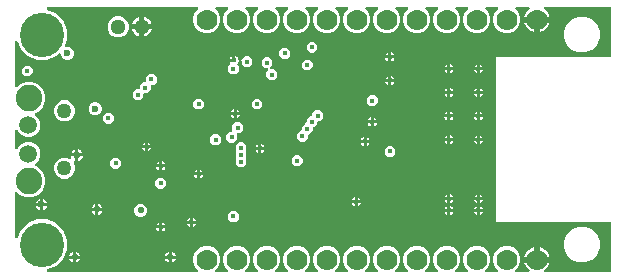
<source format=gbr>
G04 EAGLE Gerber RS-274X export*
G75*
%MOMM*%
%FSLAX34Y34*%
%LPD*%
%INCopper Layer 3*%
%IPPOS*%
%AMOC8*
5,1,8,0,0,1.08239X$1,22.5*%
G01*
%ADD10C,2.250000*%
%ADD11C,1.275000*%
%ADD12C,1.290000*%
%ADD13C,1.778000*%
%ADD14C,3.750000*%
%ADD15C,0.600000*%
%ADD16C,0.400000*%
%ADD17C,0.550000*%
%ADD18C,1.500000*%

G36*
X156867Y2558D02*
X156867Y2558D01*
X157006Y2571D01*
X157025Y2578D01*
X157045Y2581D01*
X157174Y2632D01*
X157305Y2679D01*
X157322Y2690D01*
X157341Y2698D01*
X157453Y2779D01*
X157568Y2857D01*
X157582Y2873D01*
X157598Y2884D01*
X157687Y2992D01*
X157779Y3096D01*
X157788Y3114D01*
X157801Y3129D01*
X157860Y3255D01*
X157923Y3379D01*
X157928Y3399D01*
X157936Y3417D01*
X157963Y3553D01*
X157993Y3689D01*
X157992Y3710D01*
X157996Y3729D01*
X157988Y3868D01*
X157983Y4007D01*
X157978Y4027D01*
X157976Y4047D01*
X157934Y4179D01*
X157895Y4313D01*
X157885Y4330D01*
X157878Y4349D01*
X157804Y4467D01*
X157733Y4587D01*
X157715Y4608D01*
X157708Y4618D01*
X157693Y4632D01*
X157627Y4707D01*
X155409Y6925D01*
X153669Y11126D01*
X153669Y15674D01*
X155409Y19875D01*
X158625Y23091D01*
X162826Y24831D01*
X167374Y24831D01*
X171575Y23091D01*
X174791Y19875D01*
X176531Y15674D01*
X176531Y11126D01*
X174791Y6925D01*
X172573Y4707D01*
X172488Y4598D01*
X172399Y4491D01*
X172390Y4472D01*
X172378Y4456D01*
X172323Y4328D01*
X172264Y4203D01*
X172260Y4183D01*
X172252Y4164D01*
X172230Y4026D01*
X172204Y3890D01*
X172205Y3870D01*
X172202Y3850D01*
X172215Y3711D01*
X172224Y3573D01*
X172230Y3554D01*
X172232Y3534D01*
X172279Y3402D01*
X172322Y3271D01*
X172332Y3253D01*
X172339Y3234D01*
X172417Y3119D01*
X172492Y3002D01*
X172506Y2988D01*
X172518Y2971D01*
X172622Y2879D01*
X172723Y2784D01*
X172741Y2774D01*
X172756Y2761D01*
X172880Y2697D01*
X173002Y2630D01*
X173021Y2625D01*
X173039Y2616D01*
X173175Y2586D01*
X173310Y2551D01*
X173338Y2549D01*
X173350Y2546D01*
X173370Y2547D01*
X173470Y2541D01*
X182130Y2541D01*
X182267Y2558D01*
X182406Y2571D01*
X182425Y2578D01*
X182445Y2581D01*
X182574Y2632D01*
X182705Y2679D01*
X182722Y2690D01*
X182741Y2698D01*
X182853Y2779D01*
X182968Y2857D01*
X182982Y2873D01*
X182998Y2884D01*
X183087Y2992D01*
X183179Y3096D01*
X183188Y3114D01*
X183201Y3129D01*
X183260Y3255D01*
X183323Y3379D01*
X183328Y3399D01*
X183336Y3417D01*
X183363Y3553D01*
X183393Y3689D01*
X183392Y3710D01*
X183396Y3729D01*
X183388Y3868D01*
X183383Y4007D01*
X183378Y4027D01*
X183376Y4047D01*
X183334Y4179D01*
X183295Y4313D01*
X183285Y4330D01*
X183278Y4349D01*
X183204Y4467D01*
X183133Y4587D01*
X183115Y4608D01*
X183108Y4618D01*
X183093Y4632D01*
X183027Y4707D01*
X180809Y6925D01*
X179069Y11126D01*
X179069Y15674D01*
X180809Y19875D01*
X184025Y23091D01*
X188226Y24831D01*
X192774Y24831D01*
X196975Y23091D01*
X200191Y19875D01*
X201931Y15674D01*
X201931Y11126D01*
X200191Y6925D01*
X197973Y4707D01*
X197888Y4598D01*
X197799Y4491D01*
X197790Y4472D01*
X197778Y4456D01*
X197723Y4328D01*
X197664Y4203D01*
X197660Y4183D01*
X197652Y4164D01*
X197630Y4026D01*
X197604Y3890D01*
X197605Y3870D01*
X197602Y3850D01*
X197615Y3711D01*
X197624Y3573D01*
X197630Y3554D01*
X197632Y3534D01*
X197679Y3402D01*
X197722Y3271D01*
X197732Y3253D01*
X197739Y3234D01*
X197817Y3119D01*
X197892Y3002D01*
X197906Y2988D01*
X197918Y2971D01*
X198022Y2879D01*
X198123Y2784D01*
X198141Y2774D01*
X198156Y2761D01*
X198280Y2697D01*
X198402Y2630D01*
X198421Y2625D01*
X198439Y2616D01*
X198575Y2586D01*
X198710Y2551D01*
X198738Y2549D01*
X198750Y2546D01*
X198770Y2547D01*
X198870Y2541D01*
X207530Y2541D01*
X207667Y2558D01*
X207806Y2571D01*
X207825Y2578D01*
X207845Y2581D01*
X207974Y2632D01*
X208105Y2679D01*
X208122Y2690D01*
X208141Y2698D01*
X208253Y2779D01*
X208368Y2857D01*
X208382Y2873D01*
X208398Y2884D01*
X208487Y2992D01*
X208579Y3096D01*
X208588Y3114D01*
X208601Y3129D01*
X208660Y3255D01*
X208723Y3379D01*
X208728Y3399D01*
X208736Y3417D01*
X208763Y3553D01*
X208793Y3689D01*
X208792Y3710D01*
X208796Y3729D01*
X208788Y3868D01*
X208783Y4007D01*
X208778Y4027D01*
X208776Y4047D01*
X208734Y4179D01*
X208695Y4313D01*
X208685Y4330D01*
X208678Y4349D01*
X208604Y4467D01*
X208533Y4587D01*
X208515Y4608D01*
X208508Y4618D01*
X208493Y4632D01*
X208427Y4707D01*
X206209Y6925D01*
X204469Y11126D01*
X204469Y15674D01*
X206209Y19875D01*
X209425Y23091D01*
X213626Y24831D01*
X218174Y24831D01*
X222375Y23091D01*
X225591Y19875D01*
X227331Y15674D01*
X227331Y11126D01*
X225591Y6925D01*
X223373Y4707D01*
X223288Y4598D01*
X223199Y4491D01*
X223190Y4472D01*
X223178Y4456D01*
X223123Y4328D01*
X223064Y4203D01*
X223060Y4183D01*
X223052Y4164D01*
X223030Y4026D01*
X223004Y3890D01*
X223005Y3870D01*
X223002Y3850D01*
X223015Y3711D01*
X223024Y3573D01*
X223030Y3554D01*
X223032Y3534D01*
X223079Y3402D01*
X223122Y3271D01*
X223132Y3253D01*
X223139Y3234D01*
X223217Y3119D01*
X223292Y3002D01*
X223306Y2988D01*
X223318Y2971D01*
X223422Y2879D01*
X223523Y2784D01*
X223541Y2774D01*
X223556Y2761D01*
X223680Y2697D01*
X223802Y2630D01*
X223821Y2625D01*
X223839Y2616D01*
X223975Y2586D01*
X224110Y2551D01*
X224138Y2549D01*
X224150Y2546D01*
X224170Y2547D01*
X224270Y2541D01*
X232930Y2541D01*
X233067Y2558D01*
X233206Y2571D01*
X233225Y2578D01*
X233245Y2581D01*
X233374Y2632D01*
X233505Y2679D01*
X233522Y2690D01*
X233541Y2698D01*
X233653Y2779D01*
X233768Y2857D01*
X233782Y2873D01*
X233798Y2884D01*
X233887Y2992D01*
X233979Y3096D01*
X233988Y3114D01*
X234001Y3129D01*
X234060Y3255D01*
X234123Y3379D01*
X234128Y3399D01*
X234136Y3417D01*
X234163Y3553D01*
X234193Y3689D01*
X234192Y3710D01*
X234196Y3729D01*
X234188Y3868D01*
X234183Y4007D01*
X234178Y4027D01*
X234176Y4047D01*
X234134Y4179D01*
X234095Y4313D01*
X234085Y4330D01*
X234078Y4349D01*
X234004Y4467D01*
X233933Y4587D01*
X233915Y4608D01*
X233908Y4618D01*
X233893Y4632D01*
X233827Y4707D01*
X231609Y6925D01*
X229869Y11126D01*
X229869Y15674D01*
X231609Y19875D01*
X234825Y23091D01*
X239026Y24831D01*
X243574Y24831D01*
X247775Y23091D01*
X250991Y19875D01*
X252731Y15674D01*
X252731Y11126D01*
X250991Y6925D01*
X248773Y4707D01*
X248688Y4598D01*
X248599Y4491D01*
X248590Y4472D01*
X248578Y4456D01*
X248523Y4328D01*
X248464Y4203D01*
X248460Y4183D01*
X248452Y4164D01*
X248430Y4026D01*
X248404Y3890D01*
X248405Y3870D01*
X248402Y3850D01*
X248415Y3711D01*
X248424Y3573D01*
X248430Y3554D01*
X248432Y3534D01*
X248479Y3402D01*
X248522Y3271D01*
X248532Y3253D01*
X248539Y3234D01*
X248617Y3119D01*
X248692Y3002D01*
X248706Y2988D01*
X248718Y2971D01*
X248822Y2879D01*
X248923Y2784D01*
X248941Y2774D01*
X248956Y2761D01*
X249080Y2697D01*
X249202Y2630D01*
X249221Y2625D01*
X249239Y2616D01*
X249375Y2586D01*
X249510Y2551D01*
X249538Y2549D01*
X249550Y2546D01*
X249570Y2547D01*
X249670Y2541D01*
X258330Y2541D01*
X258467Y2558D01*
X258606Y2571D01*
X258625Y2578D01*
X258645Y2581D01*
X258774Y2632D01*
X258905Y2679D01*
X258922Y2690D01*
X258941Y2698D01*
X259053Y2779D01*
X259168Y2857D01*
X259182Y2873D01*
X259198Y2884D01*
X259287Y2992D01*
X259379Y3096D01*
X259388Y3114D01*
X259401Y3129D01*
X259460Y3255D01*
X259523Y3379D01*
X259528Y3399D01*
X259536Y3417D01*
X259563Y3553D01*
X259593Y3689D01*
X259592Y3710D01*
X259596Y3729D01*
X259588Y3868D01*
X259583Y4007D01*
X259578Y4027D01*
X259576Y4047D01*
X259534Y4179D01*
X259495Y4313D01*
X259485Y4330D01*
X259478Y4349D01*
X259404Y4467D01*
X259333Y4587D01*
X259315Y4608D01*
X259308Y4618D01*
X259293Y4632D01*
X259227Y4707D01*
X257009Y6925D01*
X255269Y11126D01*
X255269Y15674D01*
X257009Y19875D01*
X260225Y23091D01*
X264426Y24831D01*
X268974Y24831D01*
X273175Y23091D01*
X276391Y19875D01*
X278131Y15674D01*
X278131Y11126D01*
X276391Y6925D01*
X274173Y4707D01*
X274088Y4598D01*
X273999Y4491D01*
X273990Y4472D01*
X273978Y4456D01*
X273923Y4328D01*
X273864Y4203D01*
X273860Y4183D01*
X273852Y4164D01*
X273830Y4026D01*
X273804Y3890D01*
X273805Y3870D01*
X273802Y3850D01*
X273815Y3711D01*
X273824Y3573D01*
X273830Y3554D01*
X273832Y3534D01*
X273879Y3402D01*
X273922Y3271D01*
X273932Y3253D01*
X273939Y3234D01*
X274017Y3119D01*
X274092Y3002D01*
X274106Y2988D01*
X274118Y2971D01*
X274222Y2879D01*
X274323Y2784D01*
X274341Y2774D01*
X274356Y2761D01*
X274480Y2697D01*
X274602Y2630D01*
X274621Y2625D01*
X274639Y2616D01*
X274775Y2586D01*
X274910Y2551D01*
X274938Y2549D01*
X274950Y2546D01*
X274970Y2547D01*
X275070Y2541D01*
X283730Y2541D01*
X283867Y2558D01*
X284006Y2571D01*
X284025Y2578D01*
X284045Y2581D01*
X284174Y2632D01*
X284305Y2679D01*
X284322Y2690D01*
X284341Y2698D01*
X284453Y2779D01*
X284568Y2857D01*
X284582Y2873D01*
X284598Y2884D01*
X284687Y2992D01*
X284779Y3096D01*
X284788Y3114D01*
X284801Y3129D01*
X284860Y3255D01*
X284923Y3379D01*
X284928Y3399D01*
X284936Y3417D01*
X284963Y3553D01*
X284993Y3689D01*
X284992Y3710D01*
X284996Y3729D01*
X284988Y3868D01*
X284983Y4007D01*
X284978Y4027D01*
X284976Y4047D01*
X284934Y4179D01*
X284895Y4313D01*
X284885Y4330D01*
X284878Y4349D01*
X284804Y4467D01*
X284733Y4587D01*
X284715Y4608D01*
X284708Y4618D01*
X284693Y4632D01*
X284627Y4707D01*
X282409Y6925D01*
X280669Y11126D01*
X280669Y15674D01*
X282409Y19875D01*
X285625Y23091D01*
X289826Y24831D01*
X294374Y24831D01*
X298575Y23091D01*
X301791Y19875D01*
X303531Y15674D01*
X303531Y11126D01*
X301791Y6925D01*
X299573Y4707D01*
X299488Y4598D01*
X299399Y4491D01*
X299390Y4472D01*
X299378Y4456D01*
X299323Y4328D01*
X299264Y4203D01*
X299260Y4183D01*
X299252Y4164D01*
X299230Y4026D01*
X299204Y3890D01*
X299205Y3870D01*
X299202Y3850D01*
X299215Y3711D01*
X299224Y3573D01*
X299230Y3554D01*
X299232Y3534D01*
X299279Y3402D01*
X299322Y3271D01*
X299332Y3253D01*
X299339Y3234D01*
X299417Y3119D01*
X299492Y3002D01*
X299506Y2988D01*
X299518Y2971D01*
X299622Y2879D01*
X299723Y2784D01*
X299741Y2774D01*
X299756Y2761D01*
X299880Y2697D01*
X300002Y2630D01*
X300021Y2625D01*
X300039Y2616D01*
X300175Y2586D01*
X300310Y2551D01*
X300338Y2549D01*
X300350Y2546D01*
X300370Y2547D01*
X300470Y2541D01*
X309130Y2541D01*
X309267Y2558D01*
X309406Y2571D01*
X309425Y2578D01*
X309445Y2581D01*
X309574Y2632D01*
X309705Y2679D01*
X309722Y2690D01*
X309741Y2698D01*
X309853Y2779D01*
X309968Y2857D01*
X309982Y2873D01*
X309998Y2884D01*
X310087Y2992D01*
X310179Y3096D01*
X310188Y3114D01*
X310201Y3129D01*
X310260Y3255D01*
X310323Y3379D01*
X310328Y3399D01*
X310336Y3417D01*
X310363Y3553D01*
X310393Y3689D01*
X310392Y3710D01*
X310396Y3729D01*
X310388Y3868D01*
X310383Y4007D01*
X310378Y4027D01*
X310376Y4047D01*
X310334Y4179D01*
X310295Y4313D01*
X310285Y4330D01*
X310278Y4349D01*
X310204Y4467D01*
X310133Y4587D01*
X310115Y4608D01*
X310108Y4618D01*
X310093Y4632D01*
X310027Y4707D01*
X307809Y6925D01*
X306069Y11126D01*
X306069Y15674D01*
X307809Y19875D01*
X311025Y23091D01*
X315226Y24831D01*
X319774Y24831D01*
X323975Y23091D01*
X327191Y19875D01*
X328931Y15674D01*
X328931Y11126D01*
X327191Y6925D01*
X324973Y4707D01*
X324888Y4598D01*
X324799Y4491D01*
X324790Y4472D01*
X324778Y4456D01*
X324723Y4328D01*
X324664Y4203D01*
X324660Y4183D01*
X324652Y4164D01*
X324630Y4026D01*
X324604Y3890D01*
X324605Y3870D01*
X324602Y3850D01*
X324615Y3711D01*
X324624Y3573D01*
X324630Y3554D01*
X324632Y3534D01*
X324679Y3402D01*
X324722Y3271D01*
X324732Y3253D01*
X324739Y3234D01*
X324817Y3119D01*
X324892Y3002D01*
X324906Y2988D01*
X324918Y2971D01*
X325022Y2879D01*
X325123Y2784D01*
X325141Y2774D01*
X325156Y2761D01*
X325280Y2697D01*
X325402Y2630D01*
X325421Y2625D01*
X325439Y2616D01*
X325575Y2586D01*
X325710Y2551D01*
X325738Y2549D01*
X325750Y2546D01*
X325770Y2547D01*
X325870Y2541D01*
X334530Y2541D01*
X334667Y2558D01*
X334806Y2571D01*
X334825Y2578D01*
X334845Y2581D01*
X334974Y2632D01*
X335105Y2679D01*
X335122Y2690D01*
X335141Y2698D01*
X335253Y2779D01*
X335368Y2857D01*
X335382Y2873D01*
X335398Y2884D01*
X335487Y2992D01*
X335579Y3096D01*
X335588Y3114D01*
X335601Y3129D01*
X335660Y3255D01*
X335723Y3379D01*
X335728Y3399D01*
X335736Y3417D01*
X335763Y3553D01*
X335793Y3689D01*
X335792Y3710D01*
X335796Y3729D01*
X335788Y3868D01*
X335783Y4007D01*
X335778Y4027D01*
X335776Y4047D01*
X335734Y4179D01*
X335695Y4313D01*
X335685Y4330D01*
X335678Y4349D01*
X335604Y4467D01*
X335533Y4587D01*
X335515Y4608D01*
X335508Y4618D01*
X335493Y4632D01*
X335427Y4707D01*
X333209Y6925D01*
X331469Y11126D01*
X331469Y15674D01*
X333209Y19875D01*
X336425Y23091D01*
X340626Y24831D01*
X345174Y24831D01*
X349375Y23091D01*
X352591Y19875D01*
X354331Y15674D01*
X354331Y11126D01*
X352591Y6925D01*
X350373Y4707D01*
X350288Y4598D01*
X350199Y4491D01*
X350190Y4472D01*
X350178Y4456D01*
X350123Y4328D01*
X350064Y4203D01*
X350060Y4183D01*
X350052Y4164D01*
X350030Y4026D01*
X350004Y3890D01*
X350005Y3870D01*
X350002Y3850D01*
X350015Y3711D01*
X350024Y3573D01*
X350030Y3554D01*
X350032Y3534D01*
X350079Y3402D01*
X350122Y3271D01*
X350132Y3253D01*
X350139Y3234D01*
X350217Y3119D01*
X350292Y3002D01*
X350306Y2988D01*
X350318Y2971D01*
X350422Y2879D01*
X350523Y2784D01*
X350541Y2774D01*
X350556Y2761D01*
X350680Y2697D01*
X350802Y2630D01*
X350821Y2625D01*
X350839Y2616D01*
X350975Y2586D01*
X351110Y2551D01*
X351138Y2549D01*
X351150Y2546D01*
X351170Y2547D01*
X351270Y2541D01*
X359930Y2541D01*
X360067Y2558D01*
X360206Y2571D01*
X360225Y2578D01*
X360245Y2581D01*
X360374Y2632D01*
X360505Y2679D01*
X360522Y2690D01*
X360541Y2698D01*
X360653Y2779D01*
X360768Y2857D01*
X360782Y2873D01*
X360798Y2884D01*
X360887Y2992D01*
X360979Y3096D01*
X360988Y3114D01*
X361001Y3129D01*
X361060Y3255D01*
X361123Y3379D01*
X361128Y3399D01*
X361136Y3417D01*
X361163Y3553D01*
X361193Y3689D01*
X361192Y3710D01*
X361196Y3729D01*
X361188Y3868D01*
X361183Y4007D01*
X361178Y4027D01*
X361176Y4047D01*
X361134Y4179D01*
X361095Y4313D01*
X361085Y4330D01*
X361078Y4349D01*
X361004Y4467D01*
X360933Y4587D01*
X360915Y4608D01*
X360908Y4618D01*
X360893Y4632D01*
X360827Y4707D01*
X358609Y6925D01*
X356869Y11126D01*
X356869Y15674D01*
X358609Y19875D01*
X361825Y23091D01*
X366026Y24831D01*
X370574Y24831D01*
X374775Y23091D01*
X377991Y19875D01*
X379731Y15674D01*
X379731Y11126D01*
X377991Y6925D01*
X375773Y4707D01*
X375688Y4598D01*
X375599Y4491D01*
X375590Y4472D01*
X375578Y4456D01*
X375523Y4328D01*
X375464Y4203D01*
X375460Y4183D01*
X375452Y4164D01*
X375430Y4026D01*
X375404Y3890D01*
X375405Y3870D01*
X375402Y3850D01*
X375415Y3711D01*
X375424Y3573D01*
X375430Y3554D01*
X375432Y3534D01*
X375479Y3402D01*
X375522Y3271D01*
X375532Y3253D01*
X375539Y3234D01*
X375617Y3119D01*
X375692Y3002D01*
X375706Y2988D01*
X375718Y2971D01*
X375822Y2879D01*
X375923Y2784D01*
X375941Y2774D01*
X375956Y2761D01*
X376080Y2697D01*
X376202Y2630D01*
X376221Y2625D01*
X376239Y2616D01*
X376375Y2586D01*
X376510Y2551D01*
X376538Y2549D01*
X376550Y2546D01*
X376570Y2547D01*
X376670Y2541D01*
X385330Y2541D01*
X385467Y2558D01*
X385606Y2571D01*
X385625Y2578D01*
X385645Y2581D01*
X385774Y2632D01*
X385905Y2679D01*
X385922Y2690D01*
X385941Y2698D01*
X386053Y2779D01*
X386168Y2857D01*
X386182Y2873D01*
X386198Y2884D01*
X386287Y2992D01*
X386379Y3096D01*
X386388Y3114D01*
X386401Y3129D01*
X386460Y3255D01*
X386523Y3379D01*
X386528Y3399D01*
X386536Y3417D01*
X386563Y3553D01*
X386593Y3689D01*
X386592Y3710D01*
X386596Y3729D01*
X386588Y3868D01*
X386583Y4007D01*
X386578Y4027D01*
X386576Y4047D01*
X386534Y4179D01*
X386495Y4313D01*
X386485Y4330D01*
X386478Y4349D01*
X386404Y4467D01*
X386333Y4587D01*
X386315Y4608D01*
X386308Y4618D01*
X386293Y4632D01*
X386227Y4707D01*
X384009Y6925D01*
X382269Y11126D01*
X382269Y15674D01*
X384009Y19875D01*
X387225Y23091D01*
X391426Y24831D01*
X395974Y24831D01*
X400175Y23091D01*
X403391Y19875D01*
X405131Y15674D01*
X405131Y11126D01*
X403391Y6925D01*
X401173Y4707D01*
X401088Y4598D01*
X400999Y4491D01*
X400990Y4472D01*
X400978Y4456D01*
X400923Y4328D01*
X400864Y4203D01*
X400860Y4183D01*
X400852Y4164D01*
X400830Y4026D01*
X400804Y3890D01*
X400805Y3870D01*
X400802Y3850D01*
X400815Y3711D01*
X400824Y3573D01*
X400830Y3554D01*
X400832Y3534D01*
X400879Y3402D01*
X400922Y3271D01*
X400932Y3253D01*
X400939Y3234D01*
X401017Y3119D01*
X401092Y3002D01*
X401106Y2988D01*
X401118Y2971D01*
X401222Y2879D01*
X401323Y2784D01*
X401341Y2774D01*
X401356Y2761D01*
X401480Y2697D01*
X401602Y2630D01*
X401621Y2625D01*
X401639Y2616D01*
X401775Y2586D01*
X401910Y2551D01*
X401938Y2549D01*
X401950Y2546D01*
X401970Y2547D01*
X402070Y2541D01*
X410730Y2541D01*
X410867Y2558D01*
X411006Y2571D01*
X411025Y2578D01*
X411045Y2581D01*
X411174Y2632D01*
X411305Y2679D01*
X411322Y2690D01*
X411341Y2698D01*
X411453Y2779D01*
X411568Y2857D01*
X411582Y2873D01*
X411598Y2884D01*
X411687Y2992D01*
X411779Y3096D01*
X411788Y3114D01*
X411801Y3129D01*
X411860Y3255D01*
X411923Y3379D01*
X411928Y3399D01*
X411936Y3417D01*
X411963Y3553D01*
X411993Y3689D01*
X411992Y3710D01*
X411996Y3729D01*
X411988Y3868D01*
X411983Y4007D01*
X411978Y4027D01*
X411976Y4047D01*
X411934Y4179D01*
X411895Y4313D01*
X411885Y4330D01*
X411878Y4349D01*
X411804Y4467D01*
X411733Y4587D01*
X411715Y4608D01*
X411708Y4618D01*
X411693Y4632D01*
X411627Y4707D01*
X409409Y6925D01*
X407669Y11126D01*
X407669Y15674D01*
X409409Y19875D01*
X412625Y23091D01*
X416826Y24831D01*
X421374Y24831D01*
X425575Y23091D01*
X428791Y19875D01*
X430531Y15674D01*
X430531Y11126D01*
X428791Y6925D01*
X426573Y4707D01*
X426488Y4598D01*
X426399Y4491D01*
X426390Y4472D01*
X426378Y4456D01*
X426323Y4328D01*
X426264Y4203D01*
X426260Y4183D01*
X426252Y4164D01*
X426230Y4026D01*
X426204Y3890D01*
X426205Y3870D01*
X426202Y3850D01*
X426215Y3711D01*
X426224Y3573D01*
X426230Y3554D01*
X426232Y3534D01*
X426279Y3402D01*
X426322Y3271D01*
X426332Y3253D01*
X426339Y3234D01*
X426417Y3119D01*
X426492Y3002D01*
X426506Y2988D01*
X426518Y2971D01*
X426622Y2879D01*
X426723Y2784D01*
X426741Y2774D01*
X426756Y2761D01*
X426880Y2697D01*
X427002Y2630D01*
X427021Y2625D01*
X427039Y2616D01*
X427175Y2586D01*
X427310Y2551D01*
X427338Y2549D01*
X427350Y2546D01*
X427370Y2547D01*
X427470Y2541D01*
X437012Y2541D01*
X437091Y2551D01*
X437170Y2551D01*
X437248Y2571D01*
X437327Y2581D01*
X437401Y2610D01*
X437479Y2630D01*
X437549Y2668D01*
X437623Y2698D01*
X437687Y2744D01*
X437757Y2783D01*
X437816Y2837D01*
X437880Y2884D01*
X437931Y2946D01*
X437989Y3000D01*
X438032Y3068D01*
X438083Y3129D01*
X438117Y3202D01*
X438160Y3269D01*
X438185Y3345D01*
X438219Y3417D01*
X438234Y3495D01*
X438258Y3571D01*
X438263Y3651D01*
X438278Y3729D01*
X438274Y3809D01*
X438279Y3889D01*
X438264Y3967D01*
X438259Y4047D01*
X438234Y4123D01*
X438219Y4201D01*
X438185Y4273D01*
X438161Y4349D01*
X438118Y4417D01*
X438084Y4489D01*
X438033Y4551D01*
X437991Y4618D01*
X437933Y4673D01*
X437882Y4734D01*
X437760Y4835D01*
X437759Y4836D01*
X437758Y4836D01*
X437758Y4837D01*
X437405Y5093D01*
X436193Y6305D01*
X435185Y7692D01*
X434407Y9219D01*
X433877Y10850D01*
X433876Y10861D01*
X443230Y10861D01*
X443348Y10876D01*
X443467Y10883D01*
X443505Y10896D01*
X443545Y10901D01*
X443656Y10944D01*
X443769Y10981D01*
X443803Y11003D01*
X443841Y11018D01*
X443937Y11088D01*
X444038Y11151D01*
X444066Y11181D01*
X444098Y11204D01*
X444174Y11296D01*
X444256Y11383D01*
X444275Y11418D01*
X444301Y11449D01*
X444352Y11557D01*
X444409Y11661D01*
X444420Y11701D01*
X444437Y11737D01*
X444459Y11854D01*
X444489Y11969D01*
X444493Y12030D01*
X444497Y12050D01*
X444495Y12070D01*
X444499Y12130D01*
X444499Y13401D01*
X444501Y13401D01*
X444501Y12130D01*
X444516Y12012D01*
X444523Y11893D01*
X444536Y11855D01*
X444541Y11814D01*
X444585Y11704D01*
X444621Y11591D01*
X444643Y11556D01*
X444658Y11519D01*
X444728Y11423D01*
X444791Y11322D01*
X444821Y11294D01*
X444845Y11261D01*
X444936Y11186D01*
X445023Y11104D01*
X445058Y11084D01*
X445090Y11059D01*
X445197Y11008D01*
X445302Y10950D01*
X445341Y10940D01*
X445377Y10923D01*
X445494Y10901D01*
X445609Y10871D01*
X445670Y10867D01*
X445690Y10863D01*
X445710Y10865D01*
X445770Y10861D01*
X455124Y10861D01*
X455123Y10850D01*
X454593Y9219D01*
X453815Y7692D01*
X452807Y6305D01*
X451595Y5093D01*
X451242Y4837D01*
X451184Y4782D01*
X451120Y4736D01*
X451069Y4674D01*
X451010Y4619D01*
X450968Y4552D01*
X450917Y4491D01*
X450883Y4418D01*
X450840Y4351D01*
X450815Y4275D01*
X450781Y4203D01*
X450766Y4124D01*
X450742Y4048D01*
X450737Y3969D01*
X450722Y3890D01*
X450727Y3811D01*
X450721Y3731D01*
X450736Y3653D01*
X450741Y3573D01*
X450766Y3497D01*
X450781Y3418D01*
X450815Y3346D01*
X450839Y3271D01*
X450882Y3203D01*
X450916Y3131D01*
X450967Y3069D01*
X451009Y3002D01*
X451068Y2947D01*
X451119Y2885D01*
X451183Y2839D01*
X451241Y2784D01*
X451311Y2745D01*
X451376Y2698D01*
X451450Y2669D01*
X451520Y2630D01*
X451597Y2610D01*
X451671Y2581D01*
X451750Y2571D01*
X451828Y2551D01*
X451985Y2541D01*
X451987Y2541D01*
X451988Y2541D01*
X506190Y2541D01*
X506308Y2556D01*
X506427Y2563D01*
X506465Y2576D01*
X506506Y2581D01*
X506616Y2624D01*
X506729Y2661D01*
X506764Y2683D01*
X506801Y2698D01*
X506897Y2767D01*
X506998Y2831D01*
X507026Y2861D01*
X507059Y2884D01*
X507135Y2976D01*
X507216Y3063D01*
X507236Y3098D01*
X507261Y3129D01*
X507312Y3237D01*
X507370Y3341D01*
X507380Y3381D01*
X507397Y3417D01*
X507419Y3534D01*
X507449Y3649D01*
X507453Y3709D01*
X507457Y3729D01*
X507455Y3750D01*
X507459Y3810D01*
X507459Y43730D01*
X507444Y43848D01*
X507437Y43967D01*
X507425Y44005D01*
X507419Y44046D01*
X507376Y44156D01*
X507339Y44269D01*
X507317Y44304D01*
X507302Y44341D01*
X507233Y44437D01*
X507169Y44538D01*
X507139Y44566D01*
X507116Y44599D01*
X507024Y44675D01*
X506937Y44756D01*
X506902Y44776D01*
X506871Y44801D01*
X506763Y44852D01*
X506659Y44910D01*
X506619Y44920D01*
X506583Y44937D01*
X506466Y44959D01*
X506351Y44989D01*
X506291Y44993D01*
X506271Y44997D01*
X506250Y44995D01*
X506190Y44999D01*
X410000Y44999D01*
X409999Y45000D01*
X409999Y185000D01*
X410000Y185001D01*
X506190Y185001D01*
X506308Y185016D01*
X506427Y185023D01*
X506465Y185036D01*
X506506Y185041D01*
X506616Y185084D01*
X506729Y185121D01*
X506764Y185143D01*
X506801Y185158D01*
X506897Y185227D01*
X506998Y185291D01*
X507026Y185321D01*
X507059Y185344D01*
X507135Y185436D01*
X507216Y185523D01*
X507236Y185558D01*
X507261Y185589D01*
X507312Y185697D01*
X507370Y185801D01*
X507380Y185841D01*
X507397Y185877D01*
X507419Y185994D01*
X507449Y186109D01*
X507453Y186169D01*
X507457Y186189D01*
X507455Y186210D01*
X507459Y186270D01*
X507459Y226190D01*
X507444Y226308D01*
X507437Y226427D01*
X507424Y226465D01*
X507419Y226506D01*
X507376Y226616D01*
X507339Y226729D01*
X507317Y226764D01*
X507302Y226801D01*
X507233Y226897D01*
X507169Y226998D01*
X507139Y227026D01*
X507116Y227059D01*
X507024Y227135D01*
X506937Y227216D01*
X506902Y227236D01*
X506871Y227261D01*
X506763Y227312D01*
X506659Y227370D01*
X506619Y227380D01*
X506583Y227397D01*
X506466Y227419D01*
X506351Y227449D01*
X506291Y227453D01*
X506271Y227457D01*
X506250Y227455D01*
X506190Y227459D01*
X451988Y227459D01*
X451909Y227449D01*
X451830Y227449D01*
X451752Y227429D01*
X451673Y227419D01*
X451599Y227390D01*
X451521Y227370D01*
X451451Y227332D01*
X451377Y227302D01*
X451313Y227256D01*
X451243Y227217D01*
X451184Y227163D01*
X451120Y227116D01*
X451069Y227054D01*
X451011Y227000D01*
X450968Y226932D01*
X450917Y226871D01*
X450883Y226798D01*
X450840Y226731D01*
X450815Y226655D01*
X450781Y226583D01*
X450766Y226505D01*
X450742Y226429D01*
X450737Y226349D01*
X450722Y226271D01*
X450726Y226191D01*
X450721Y226111D01*
X450736Y226033D01*
X450741Y225953D01*
X450766Y225877D01*
X450781Y225799D01*
X450815Y225727D01*
X450839Y225651D01*
X450882Y225583D01*
X450916Y225511D01*
X450967Y225449D01*
X451009Y225382D01*
X451067Y225327D01*
X451118Y225266D01*
X451240Y225165D01*
X451241Y225164D01*
X451242Y225164D01*
X451242Y225163D01*
X451595Y224907D01*
X452807Y223695D01*
X453815Y222308D01*
X454593Y220781D01*
X455123Y219150D01*
X455124Y219139D01*
X445770Y219139D01*
X445652Y219124D01*
X445533Y219117D01*
X445495Y219104D01*
X445455Y219099D01*
X445344Y219056D01*
X445231Y219019D01*
X445197Y218997D01*
X445159Y218982D01*
X445063Y218912D01*
X444962Y218849D01*
X444934Y218819D01*
X444902Y218795D01*
X444826Y218704D01*
X444744Y218617D01*
X444725Y218582D01*
X444699Y218551D01*
X444648Y218443D01*
X444591Y218339D01*
X444580Y218299D01*
X444563Y218263D01*
X444541Y218146D01*
X444511Y218031D01*
X444507Y217970D01*
X444503Y217950D01*
X444505Y217930D01*
X444501Y217870D01*
X444501Y216599D01*
X444499Y216599D01*
X444499Y217870D01*
X444484Y217988D01*
X444477Y218107D01*
X444464Y218145D01*
X444459Y218185D01*
X444415Y218296D01*
X444379Y218409D01*
X444357Y218444D01*
X444342Y218481D01*
X444272Y218577D01*
X444209Y218678D01*
X444179Y218706D01*
X444155Y218739D01*
X444064Y218814D01*
X443977Y218896D01*
X443942Y218916D01*
X443910Y218941D01*
X443803Y218992D01*
X443698Y219050D01*
X443659Y219060D01*
X443623Y219077D01*
X443506Y219099D01*
X443391Y219129D01*
X443330Y219133D01*
X443310Y219137D01*
X443290Y219135D01*
X443230Y219139D01*
X433876Y219139D01*
X433877Y219150D01*
X434407Y220781D01*
X435185Y222308D01*
X436193Y223695D01*
X437405Y224907D01*
X437758Y225163D01*
X437816Y225218D01*
X437880Y225264D01*
X437931Y225326D01*
X437990Y225381D01*
X438032Y225448D01*
X438083Y225509D01*
X438117Y225582D01*
X438160Y225649D01*
X438185Y225725D01*
X438219Y225797D01*
X438234Y225876D01*
X438258Y225952D01*
X438263Y226031D01*
X438278Y226110D01*
X438273Y226189D01*
X438279Y226269D01*
X438264Y226347D01*
X438259Y226427D01*
X438234Y226503D01*
X438219Y226582D01*
X438185Y226654D01*
X438161Y226729D01*
X438118Y226797D01*
X438084Y226869D01*
X438033Y226931D01*
X437991Y226998D01*
X437932Y227053D01*
X437881Y227115D01*
X437817Y227161D01*
X437759Y227216D01*
X437689Y227255D01*
X437624Y227302D01*
X437550Y227331D01*
X437480Y227370D01*
X437403Y227390D01*
X437329Y227419D01*
X437250Y227429D01*
X437172Y227449D01*
X437015Y227459D01*
X437013Y227459D01*
X437012Y227459D01*
X427470Y227459D01*
X427333Y227442D01*
X427194Y227429D01*
X427175Y227422D01*
X427155Y227419D01*
X427026Y227368D01*
X426895Y227321D01*
X426878Y227310D01*
X426859Y227302D01*
X426747Y227221D01*
X426632Y227143D01*
X426618Y227127D01*
X426602Y227116D01*
X426513Y227008D01*
X426421Y226904D01*
X426412Y226886D01*
X426399Y226871D01*
X426340Y226745D01*
X426277Y226621D01*
X426272Y226601D01*
X426264Y226583D01*
X426237Y226447D01*
X426207Y226311D01*
X426208Y226290D01*
X426204Y226271D01*
X426212Y226132D01*
X426217Y225993D01*
X426222Y225973D01*
X426224Y225953D01*
X426266Y225821D01*
X426305Y225687D01*
X426315Y225670D01*
X426322Y225651D01*
X426396Y225533D01*
X426467Y225413D01*
X426485Y225392D01*
X426492Y225382D01*
X426507Y225368D01*
X426573Y225293D01*
X428791Y223075D01*
X430531Y218874D01*
X430531Y214326D01*
X428791Y210125D01*
X425575Y206909D01*
X421374Y205169D01*
X416826Y205169D01*
X412625Y206909D01*
X409409Y210125D01*
X407669Y214326D01*
X407669Y218874D01*
X409409Y223075D01*
X411627Y225293D01*
X411712Y225402D01*
X411801Y225509D01*
X411810Y225528D01*
X411822Y225544D01*
X411877Y225672D01*
X411936Y225797D01*
X411940Y225817D01*
X411948Y225836D01*
X411970Y225974D01*
X411996Y226110D01*
X411995Y226130D01*
X411998Y226150D01*
X411985Y226289D01*
X411976Y226427D01*
X411970Y226446D01*
X411968Y226466D01*
X411921Y226598D01*
X411878Y226729D01*
X411868Y226747D01*
X411861Y226766D01*
X411783Y226881D01*
X411708Y226998D01*
X411694Y227012D01*
X411682Y227029D01*
X411578Y227121D01*
X411477Y227216D01*
X411459Y227226D01*
X411444Y227239D01*
X411320Y227303D01*
X411198Y227370D01*
X411179Y227375D01*
X411161Y227384D01*
X411025Y227414D01*
X410890Y227449D01*
X410862Y227451D01*
X410850Y227454D01*
X410830Y227453D01*
X410730Y227459D01*
X402070Y227459D01*
X401933Y227442D01*
X401794Y227429D01*
X401775Y227422D01*
X401755Y227419D01*
X401626Y227368D01*
X401495Y227321D01*
X401478Y227310D01*
X401459Y227302D01*
X401347Y227221D01*
X401232Y227143D01*
X401218Y227127D01*
X401202Y227116D01*
X401113Y227008D01*
X401021Y226904D01*
X401012Y226886D01*
X400999Y226871D01*
X400940Y226745D01*
X400877Y226621D01*
X400872Y226601D01*
X400864Y226583D01*
X400837Y226447D01*
X400807Y226311D01*
X400808Y226290D01*
X400804Y226271D01*
X400812Y226132D01*
X400817Y225993D01*
X400822Y225973D01*
X400824Y225953D01*
X400866Y225821D01*
X400905Y225687D01*
X400915Y225670D01*
X400922Y225651D01*
X400996Y225533D01*
X401067Y225413D01*
X401085Y225392D01*
X401092Y225382D01*
X401107Y225368D01*
X401173Y225293D01*
X403391Y223075D01*
X405131Y218874D01*
X405131Y214326D01*
X403391Y210125D01*
X400175Y206909D01*
X395974Y205169D01*
X391426Y205169D01*
X387225Y206909D01*
X384009Y210125D01*
X382269Y214326D01*
X382269Y218874D01*
X384009Y223075D01*
X386227Y225293D01*
X386312Y225402D01*
X386401Y225509D01*
X386410Y225528D01*
X386422Y225544D01*
X386477Y225672D01*
X386536Y225797D01*
X386540Y225817D01*
X386548Y225836D01*
X386570Y225974D01*
X386596Y226110D01*
X386595Y226130D01*
X386598Y226150D01*
X386585Y226289D01*
X386576Y226427D01*
X386570Y226446D01*
X386568Y226466D01*
X386521Y226598D01*
X386478Y226729D01*
X386468Y226747D01*
X386461Y226766D01*
X386383Y226881D01*
X386308Y226998D01*
X386294Y227012D01*
X386282Y227029D01*
X386178Y227121D01*
X386077Y227216D01*
X386059Y227226D01*
X386044Y227239D01*
X385920Y227303D01*
X385798Y227370D01*
X385779Y227375D01*
X385761Y227384D01*
X385625Y227414D01*
X385490Y227449D01*
X385462Y227451D01*
X385450Y227454D01*
X385430Y227453D01*
X385330Y227459D01*
X376670Y227459D01*
X376533Y227442D01*
X376394Y227429D01*
X376375Y227422D01*
X376355Y227419D01*
X376226Y227368D01*
X376095Y227321D01*
X376078Y227310D01*
X376059Y227302D01*
X375947Y227221D01*
X375832Y227143D01*
X375818Y227127D01*
X375802Y227116D01*
X375713Y227008D01*
X375621Y226904D01*
X375612Y226886D01*
X375599Y226871D01*
X375540Y226745D01*
X375477Y226621D01*
X375472Y226601D01*
X375464Y226583D01*
X375437Y226447D01*
X375407Y226311D01*
X375408Y226290D01*
X375404Y226271D01*
X375412Y226132D01*
X375417Y225993D01*
X375422Y225973D01*
X375424Y225953D01*
X375466Y225821D01*
X375505Y225687D01*
X375515Y225670D01*
X375522Y225651D01*
X375596Y225533D01*
X375667Y225413D01*
X375685Y225392D01*
X375692Y225382D01*
X375707Y225368D01*
X375773Y225293D01*
X377991Y223075D01*
X379731Y218874D01*
X379731Y214326D01*
X377991Y210125D01*
X374775Y206909D01*
X370574Y205169D01*
X366026Y205169D01*
X361825Y206909D01*
X358609Y210125D01*
X356869Y214326D01*
X356869Y218874D01*
X358609Y223075D01*
X360827Y225293D01*
X360912Y225402D01*
X361001Y225509D01*
X361010Y225528D01*
X361022Y225544D01*
X361077Y225672D01*
X361136Y225797D01*
X361140Y225817D01*
X361148Y225836D01*
X361170Y225974D01*
X361196Y226110D01*
X361195Y226130D01*
X361198Y226150D01*
X361185Y226289D01*
X361176Y226427D01*
X361170Y226446D01*
X361168Y226466D01*
X361121Y226598D01*
X361078Y226729D01*
X361068Y226747D01*
X361061Y226766D01*
X360983Y226881D01*
X360908Y226998D01*
X360894Y227012D01*
X360882Y227029D01*
X360778Y227121D01*
X360677Y227216D01*
X360659Y227226D01*
X360644Y227239D01*
X360520Y227303D01*
X360398Y227370D01*
X360379Y227375D01*
X360361Y227384D01*
X360225Y227414D01*
X360090Y227449D01*
X360062Y227451D01*
X360050Y227454D01*
X360030Y227453D01*
X359930Y227459D01*
X351270Y227459D01*
X351133Y227442D01*
X350994Y227429D01*
X350975Y227422D01*
X350955Y227419D01*
X350826Y227368D01*
X350695Y227321D01*
X350678Y227310D01*
X350659Y227302D01*
X350547Y227221D01*
X350432Y227143D01*
X350418Y227127D01*
X350402Y227116D01*
X350313Y227008D01*
X350221Y226904D01*
X350212Y226886D01*
X350199Y226871D01*
X350140Y226745D01*
X350077Y226621D01*
X350072Y226601D01*
X350064Y226583D01*
X350037Y226447D01*
X350007Y226311D01*
X350008Y226290D01*
X350004Y226271D01*
X350012Y226132D01*
X350017Y225993D01*
X350022Y225973D01*
X350024Y225953D01*
X350066Y225821D01*
X350105Y225687D01*
X350115Y225670D01*
X350122Y225651D01*
X350196Y225533D01*
X350267Y225413D01*
X350285Y225392D01*
X350292Y225382D01*
X350307Y225368D01*
X350373Y225293D01*
X352591Y223075D01*
X354331Y218874D01*
X354331Y214326D01*
X352591Y210125D01*
X349375Y206909D01*
X345174Y205169D01*
X340626Y205169D01*
X336425Y206909D01*
X333209Y210125D01*
X331469Y214326D01*
X331469Y218874D01*
X333209Y223075D01*
X335427Y225293D01*
X335512Y225402D01*
X335601Y225509D01*
X335610Y225528D01*
X335622Y225544D01*
X335677Y225672D01*
X335736Y225797D01*
X335740Y225817D01*
X335748Y225836D01*
X335770Y225974D01*
X335796Y226110D01*
X335795Y226130D01*
X335798Y226150D01*
X335785Y226289D01*
X335776Y226427D01*
X335770Y226446D01*
X335768Y226466D01*
X335721Y226598D01*
X335678Y226729D01*
X335668Y226747D01*
X335661Y226766D01*
X335583Y226881D01*
X335508Y226998D01*
X335494Y227012D01*
X335482Y227029D01*
X335378Y227121D01*
X335277Y227216D01*
X335259Y227226D01*
X335244Y227239D01*
X335120Y227303D01*
X334998Y227370D01*
X334979Y227375D01*
X334961Y227384D01*
X334825Y227414D01*
X334690Y227449D01*
X334662Y227451D01*
X334650Y227454D01*
X334630Y227453D01*
X334530Y227459D01*
X325870Y227459D01*
X325733Y227442D01*
X325594Y227429D01*
X325575Y227422D01*
X325555Y227419D01*
X325426Y227368D01*
X325295Y227321D01*
X325278Y227310D01*
X325259Y227302D01*
X325147Y227221D01*
X325032Y227143D01*
X325018Y227127D01*
X325002Y227116D01*
X324913Y227008D01*
X324821Y226904D01*
X324812Y226886D01*
X324799Y226871D01*
X324740Y226745D01*
X324677Y226621D01*
X324672Y226601D01*
X324664Y226583D01*
X324637Y226447D01*
X324607Y226311D01*
X324608Y226290D01*
X324604Y226271D01*
X324612Y226132D01*
X324617Y225993D01*
X324622Y225973D01*
X324624Y225953D01*
X324666Y225821D01*
X324705Y225687D01*
X324715Y225670D01*
X324722Y225651D01*
X324796Y225533D01*
X324867Y225413D01*
X324885Y225392D01*
X324892Y225382D01*
X324907Y225368D01*
X324973Y225293D01*
X327191Y223075D01*
X328931Y218874D01*
X328931Y214326D01*
X327191Y210125D01*
X323975Y206909D01*
X319774Y205169D01*
X315226Y205169D01*
X311025Y206909D01*
X307809Y210125D01*
X306069Y214326D01*
X306069Y218874D01*
X307809Y223075D01*
X310027Y225293D01*
X310112Y225402D01*
X310201Y225509D01*
X310210Y225528D01*
X310222Y225544D01*
X310277Y225672D01*
X310336Y225797D01*
X310340Y225817D01*
X310348Y225836D01*
X310370Y225974D01*
X310396Y226110D01*
X310395Y226130D01*
X310398Y226150D01*
X310385Y226289D01*
X310376Y226427D01*
X310370Y226446D01*
X310368Y226466D01*
X310321Y226598D01*
X310278Y226729D01*
X310268Y226747D01*
X310261Y226766D01*
X310183Y226881D01*
X310108Y226998D01*
X310094Y227012D01*
X310082Y227029D01*
X309978Y227121D01*
X309877Y227216D01*
X309859Y227226D01*
X309844Y227239D01*
X309720Y227303D01*
X309598Y227370D01*
X309579Y227375D01*
X309561Y227384D01*
X309425Y227414D01*
X309290Y227449D01*
X309262Y227451D01*
X309250Y227454D01*
X309230Y227453D01*
X309130Y227459D01*
X300470Y227459D01*
X300333Y227442D01*
X300194Y227429D01*
X300175Y227422D01*
X300155Y227419D01*
X300026Y227368D01*
X299895Y227321D01*
X299878Y227310D01*
X299859Y227302D01*
X299747Y227221D01*
X299632Y227143D01*
X299618Y227127D01*
X299602Y227116D01*
X299513Y227008D01*
X299421Y226904D01*
X299412Y226886D01*
X299399Y226871D01*
X299340Y226745D01*
X299277Y226621D01*
X299272Y226601D01*
X299264Y226583D01*
X299237Y226447D01*
X299207Y226311D01*
X299208Y226290D01*
X299204Y226271D01*
X299212Y226132D01*
X299217Y225993D01*
X299222Y225973D01*
X299224Y225953D01*
X299266Y225821D01*
X299305Y225687D01*
X299315Y225670D01*
X299322Y225651D01*
X299396Y225533D01*
X299467Y225413D01*
X299485Y225392D01*
X299492Y225382D01*
X299507Y225368D01*
X299573Y225293D01*
X301791Y223075D01*
X303531Y218874D01*
X303531Y214326D01*
X301791Y210125D01*
X298575Y206909D01*
X294374Y205169D01*
X289826Y205169D01*
X285625Y206909D01*
X282409Y210125D01*
X280669Y214326D01*
X280669Y218874D01*
X282409Y223075D01*
X284627Y225293D01*
X284712Y225402D01*
X284801Y225509D01*
X284810Y225528D01*
X284822Y225544D01*
X284877Y225672D01*
X284936Y225797D01*
X284940Y225817D01*
X284948Y225836D01*
X284970Y225974D01*
X284996Y226110D01*
X284995Y226130D01*
X284998Y226150D01*
X284985Y226289D01*
X284976Y226427D01*
X284970Y226446D01*
X284968Y226466D01*
X284921Y226598D01*
X284878Y226729D01*
X284868Y226747D01*
X284861Y226766D01*
X284783Y226881D01*
X284708Y226998D01*
X284694Y227012D01*
X284682Y227029D01*
X284578Y227121D01*
X284477Y227216D01*
X284459Y227226D01*
X284444Y227239D01*
X284320Y227303D01*
X284198Y227370D01*
X284179Y227375D01*
X284161Y227384D01*
X284025Y227414D01*
X283890Y227449D01*
X283862Y227451D01*
X283850Y227454D01*
X283830Y227453D01*
X283730Y227459D01*
X275070Y227459D01*
X274933Y227442D01*
X274794Y227429D01*
X274775Y227422D01*
X274755Y227419D01*
X274626Y227368D01*
X274495Y227321D01*
X274478Y227310D01*
X274459Y227302D01*
X274347Y227221D01*
X274232Y227143D01*
X274218Y227127D01*
X274202Y227116D01*
X274113Y227008D01*
X274021Y226904D01*
X274012Y226886D01*
X273999Y226871D01*
X273940Y226745D01*
X273877Y226621D01*
X273872Y226601D01*
X273864Y226583D01*
X273837Y226447D01*
X273807Y226311D01*
X273808Y226290D01*
X273804Y226271D01*
X273812Y226132D01*
X273817Y225993D01*
X273822Y225973D01*
X273824Y225953D01*
X273866Y225821D01*
X273905Y225687D01*
X273915Y225670D01*
X273922Y225651D01*
X273996Y225533D01*
X274067Y225413D01*
X274085Y225392D01*
X274092Y225382D01*
X274107Y225368D01*
X274173Y225293D01*
X276391Y223075D01*
X278131Y218874D01*
X278131Y214326D01*
X276391Y210125D01*
X273175Y206909D01*
X268974Y205169D01*
X264426Y205169D01*
X260225Y206909D01*
X257009Y210125D01*
X255269Y214326D01*
X255269Y218874D01*
X257009Y223075D01*
X259227Y225293D01*
X259312Y225402D01*
X259401Y225509D01*
X259410Y225528D01*
X259422Y225544D01*
X259477Y225672D01*
X259536Y225797D01*
X259540Y225817D01*
X259548Y225836D01*
X259570Y225974D01*
X259596Y226110D01*
X259595Y226130D01*
X259598Y226150D01*
X259585Y226289D01*
X259576Y226427D01*
X259570Y226446D01*
X259568Y226466D01*
X259521Y226598D01*
X259478Y226729D01*
X259468Y226747D01*
X259461Y226766D01*
X259383Y226881D01*
X259308Y226998D01*
X259294Y227012D01*
X259282Y227029D01*
X259178Y227121D01*
X259077Y227216D01*
X259059Y227226D01*
X259044Y227239D01*
X258920Y227303D01*
X258798Y227370D01*
X258779Y227375D01*
X258761Y227384D01*
X258625Y227414D01*
X258490Y227449D01*
X258462Y227451D01*
X258450Y227454D01*
X258430Y227453D01*
X258330Y227459D01*
X249670Y227459D01*
X249533Y227442D01*
X249394Y227429D01*
X249375Y227422D01*
X249355Y227419D01*
X249226Y227368D01*
X249095Y227321D01*
X249078Y227310D01*
X249059Y227302D01*
X248947Y227221D01*
X248832Y227143D01*
X248818Y227127D01*
X248802Y227116D01*
X248713Y227008D01*
X248621Y226904D01*
X248612Y226886D01*
X248599Y226871D01*
X248540Y226745D01*
X248477Y226621D01*
X248472Y226601D01*
X248464Y226583D01*
X248437Y226447D01*
X248407Y226311D01*
X248408Y226290D01*
X248404Y226271D01*
X248412Y226132D01*
X248417Y225993D01*
X248422Y225973D01*
X248424Y225953D01*
X248466Y225821D01*
X248505Y225687D01*
X248515Y225670D01*
X248522Y225651D01*
X248596Y225533D01*
X248667Y225413D01*
X248685Y225392D01*
X248692Y225382D01*
X248707Y225368D01*
X248773Y225293D01*
X250991Y223075D01*
X252731Y218874D01*
X252731Y214326D01*
X250991Y210125D01*
X247775Y206909D01*
X243574Y205169D01*
X239026Y205169D01*
X234825Y206909D01*
X231609Y210125D01*
X229869Y214326D01*
X229869Y218874D01*
X231609Y223075D01*
X233827Y225293D01*
X233912Y225402D01*
X234001Y225509D01*
X234010Y225528D01*
X234022Y225544D01*
X234077Y225672D01*
X234136Y225797D01*
X234140Y225817D01*
X234148Y225836D01*
X234170Y225974D01*
X234196Y226110D01*
X234195Y226130D01*
X234198Y226150D01*
X234185Y226289D01*
X234176Y226427D01*
X234170Y226446D01*
X234168Y226466D01*
X234121Y226598D01*
X234078Y226729D01*
X234068Y226747D01*
X234061Y226766D01*
X233983Y226881D01*
X233908Y226998D01*
X233894Y227012D01*
X233882Y227029D01*
X233778Y227121D01*
X233677Y227216D01*
X233659Y227226D01*
X233644Y227239D01*
X233520Y227303D01*
X233398Y227370D01*
X233379Y227375D01*
X233361Y227384D01*
X233225Y227414D01*
X233090Y227449D01*
X233062Y227451D01*
X233050Y227454D01*
X233030Y227453D01*
X232930Y227459D01*
X224270Y227459D01*
X224133Y227442D01*
X223994Y227429D01*
X223975Y227422D01*
X223955Y227419D01*
X223826Y227368D01*
X223695Y227321D01*
X223678Y227310D01*
X223659Y227302D01*
X223547Y227221D01*
X223432Y227143D01*
X223418Y227127D01*
X223402Y227116D01*
X223313Y227008D01*
X223221Y226904D01*
X223212Y226886D01*
X223199Y226871D01*
X223140Y226745D01*
X223077Y226621D01*
X223072Y226601D01*
X223064Y226583D01*
X223037Y226447D01*
X223007Y226311D01*
X223008Y226290D01*
X223004Y226271D01*
X223012Y226132D01*
X223017Y225993D01*
X223022Y225973D01*
X223024Y225953D01*
X223066Y225821D01*
X223105Y225687D01*
X223115Y225670D01*
X223122Y225651D01*
X223196Y225533D01*
X223267Y225413D01*
X223285Y225392D01*
X223292Y225382D01*
X223307Y225368D01*
X223373Y225293D01*
X225591Y223075D01*
X227331Y218874D01*
X227331Y214326D01*
X225591Y210125D01*
X222375Y206909D01*
X218174Y205169D01*
X213626Y205169D01*
X209425Y206909D01*
X206209Y210125D01*
X204469Y214326D01*
X204469Y218874D01*
X206209Y223075D01*
X208427Y225293D01*
X208512Y225402D01*
X208601Y225509D01*
X208610Y225528D01*
X208622Y225544D01*
X208677Y225672D01*
X208736Y225797D01*
X208740Y225817D01*
X208748Y225836D01*
X208770Y225974D01*
X208796Y226110D01*
X208795Y226130D01*
X208798Y226150D01*
X208785Y226289D01*
X208776Y226427D01*
X208770Y226446D01*
X208768Y226466D01*
X208721Y226598D01*
X208678Y226729D01*
X208668Y226747D01*
X208661Y226766D01*
X208583Y226881D01*
X208508Y226998D01*
X208494Y227012D01*
X208482Y227029D01*
X208378Y227121D01*
X208277Y227216D01*
X208259Y227226D01*
X208244Y227239D01*
X208120Y227303D01*
X207998Y227370D01*
X207979Y227375D01*
X207961Y227384D01*
X207825Y227414D01*
X207690Y227449D01*
X207662Y227451D01*
X207650Y227454D01*
X207630Y227453D01*
X207530Y227459D01*
X198870Y227459D01*
X198733Y227442D01*
X198594Y227429D01*
X198575Y227422D01*
X198555Y227419D01*
X198426Y227368D01*
X198295Y227321D01*
X198278Y227310D01*
X198259Y227302D01*
X198147Y227221D01*
X198032Y227143D01*
X198018Y227127D01*
X198002Y227116D01*
X197913Y227008D01*
X197821Y226904D01*
X197812Y226886D01*
X197799Y226871D01*
X197740Y226745D01*
X197677Y226621D01*
X197672Y226601D01*
X197664Y226583D01*
X197637Y226447D01*
X197607Y226311D01*
X197608Y226290D01*
X197604Y226271D01*
X197612Y226132D01*
X197617Y225993D01*
X197622Y225973D01*
X197624Y225953D01*
X197666Y225821D01*
X197705Y225687D01*
X197715Y225670D01*
X197722Y225651D01*
X197796Y225533D01*
X197867Y225413D01*
X197885Y225392D01*
X197892Y225382D01*
X197907Y225368D01*
X197973Y225293D01*
X200191Y223075D01*
X201931Y218874D01*
X201931Y214326D01*
X200191Y210125D01*
X196975Y206909D01*
X192774Y205169D01*
X188226Y205169D01*
X184025Y206909D01*
X180809Y210125D01*
X179069Y214326D01*
X179069Y218874D01*
X180809Y223075D01*
X183027Y225293D01*
X183112Y225402D01*
X183201Y225509D01*
X183210Y225528D01*
X183222Y225544D01*
X183277Y225672D01*
X183336Y225797D01*
X183340Y225817D01*
X183348Y225836D01*
X183370Y225974D01*
X183396Y226110D01*
X183395Y226130D01*
X183398Y226150D01*
X183385Y226289D01*
X183376Y226427D01*
X183370Y226446D01*
X183368Y226466D01*
X183321Y226598D01*
X183278Y226729D01*
X183268Y226747D01*
X183261Y226766D01*
X183183Y226881D01*
X183108Y226998D01*
X183094Y227012D01*
X183082Y227029D01*
X182978Y227121D01*
X182877Y227216D01*
X182859Y227226D01*
X182844Y227239D01*
X182720Y227303D01*
X182598Y227370D01*
X182579Y227375D01*
X182561Y227384D01*
X182425Y227414D01*
X182290Y227449D01*
X182262Y227451D01*
X182250Y227454D01*
X182230Y227453D01*
X182130Y227459D01*
X173470Y227459D01*
X173333Y227442D01*
X173194Y227429D01*
X173175Y227422D01*
X173155Y227419D01*
X173026Y227368D01*
X172895Y227321D01*
X172878Y227310D01*
X172859Y227302D01*
X172747Y227221D01*
X172632Y227143D01*
X172618Y227127D01*
X172602Y227116D01*
X172513Y227008D01*
X172421Y226904D01*
X172412Y226886D01*
X172399Y226871D01*
X172340Y226745D01*
X172277Y226621D01*
X172272Y226601D01*
X172264Y226583D01*
X172237Y226447D01*
X172207Y226311D01*
X172208Y226290D01*
X172204Y226271D01*
X172212Y226132D01*
X172217Y225993D01*
X172222Y225973D01*
X172224Y225953D01*
X172266Y225821D01*
X172305Y225687D01*
X172315Y225670D01*
X172322Y225651D01*
X172396Y225533D01*
X172467Y225413D01*
X172485Y225392D01*
X172492Y225382D01*
X172507Y225368D01*
X172573Y225293D01*
X174791Y223075D01*
X176531Y218874D01*
X176531Y214326D01*
X174791Y210125D01*
X171575Y206909D01*
X167374Y205169D01*
X162826Y205169D01*
X158625Y206909D01*
X155409Y210125D01*
X153669Y214326D01*
X153669Y218874D01*
X155409Y223075D01*
X157627Y225293D01*
X157712Y225402D01*
X157801Y225509D01*
X157810Y225528D01*
X157822Y225544D01*
X157877Y225672D01*
X157936Y225797D01*
X157940Y225817D01*
X157948Y225836D01*
X157970Y225974D01*
X157996Y226110D01*
X157995Y226130D01*
X157998Y226150D01*
X157985Y226289D01*
X157976Y226427D01*
X157970Y226446D01*
X157968Y226466D01*
X157921Y226598D01*
X157878Y226729D01*
X157868Y226747D01*
X157861Y226766D01*
X157783Y226881D01*
X157708Y226998D01*
X157694Y227012D01*
X157682Y227029D01*
X157578Y227121D01*
X157477Y227216D01*
X157459Y227226D01*
X157444Y227239D01*
X157320Y227303D01*
X157198Y227370D01*
X157179Y227375D01*
X157161Y227384D01*
X157025Y227414D01*
X156890Y227449D01*
X156862Y227451D01*
X156850Y227454D01*
X156830Y227453D01*
X156730Y227459D01*
X30539Y227459D01*
X30470Y227451D01*
X30400Y227452D01*
X30313Y227431D01*
X30224Y227419D01*
X30159Y227394D01*
X30091Y227377D01*
X30011Y227335D01*
X29928Y227302D01*
X29872Y227261D01*
X29810Y227229D01*
X29743Y227168D01*
X29671Y227116D01*
X29626Y227062D01*
X29574Y227015D01*
X29525Y226940D01*
X29468Y226871D01*
X29438Y226807D01*
X29400Y226749D01*
X29370Y226664D01*
X29332Y226583D01*
X29319Y226514D01*
X29296Y226448D01*
X29289Y226359D01*
X29272Y226271D01*
X29277Y226201D01*
X29271Y226131D01*
X29287Y226043D01*
X29292Y225953D01*
X29314Y225887D01*
X29326Y225818D01*
X29363Y225736D01*
X29390Y225651D01*
X29428Y225592D01*
X29456Y225528D01*
X29512Y225458D01*
X29560Y225382D01*
X29611Y225334D01*
X29655Y225280D01*
X29727Y225225D01*
X29792Y225164D01*
X29853Y225130D01*
X29909Y225088D01*
X30053Y225017D01*
X37460Y221949D01*
X43449Y215960D01*
X46691Y208135D01*
X46691Y199665D01*
X44881Y195296D01*
X44868Y195248D01*
X44847Y195203D01*
X44826Y195095D01*
X44797Y194989D01*
X44796Y194939D01*
X44787Y194890D01*
X44794Y194781D01*
X44792Y194671D01*
X44803Y194623D01*
X44807Y194573D01*
X44840Y194469D01*
X44866Y194362D01*
X44889Y194318D01*
X44905Y194271D01*
X44963Y194178D01*
X45015Y194081D01*
X45048Y194044D01*
X45075Y194002D01*
X45155Y193927D01*
X45229Y193845D01*
X45270Y193818D01*
X45306Y193784D01*
X45402Y193731D01*
X45494Y193671D01*
X45541Y193654D01*
X45585Y193630D01*
X45691Y193603D01*
X45795Y193567D01*
X45845Y193563D01*
X45893Y193551D01*
X46054Y193541D01*
X48102Y193541D01*
X50139Y192697D01*
X51697Y191139D01*
X52541Y189102D01*
X52541Y186898D01*
X51697Y184861D01*
X50139Y183303D01*
X48102Y182459D01*
X45898Y182459D01*
X43861Y183303D01*
X42303Y184861D01*
X41440Y186945D01*
X41429Y187062D01*
X41422Y187081D01*
X41419Y187101D01*
X41368Y187230D01*
X41321Y187361D01*
X41310Y187378D01*
X41302Y187397D01*
X41221Y187509D01*
X41143Y187624D01*
X41127Y187638D01*
X41116Y187654D01*
X41008Y187743D01*
X40904Y187835D01*
X40886Y187844D01*
X40871Y187857D01*
X40745Y187916D01*
X40621Y187979D01*
X40601Y187984D01*
X40583Y187992D01*
X40446Y188018D01*
X40311Y188049D01*
X40290Y188048D01*
X40271Y188052D01*
X40132Y188043D01*
X39993Y188039D01*
X39973Y188034D01*
X39953Y188032D01*
X39821Y187990D01*
X39687Y187951D01*
X39670Y187941D01*
X39651Y187934D01*
X39533Y187860D01*
X39413Y187789D01*
X39392Y187771D01*
X39382Y187764D01*
X39368Y187749D01*
X39293Y187683D01*
X37460Y185851D01*
X29635Y182609D01*
X21165Y182609D01*
X13340Y185851D01*
X7351Y191840D01*
X4983Y197557D01*
X4948Y197617D01*
X4922Y197682D01*
X4870Y197755D01*
X4825Y197833D01*
X4776Y197883D01*
X4736Y197939D01*
X4666Y197997D01*
X4604Y198061D01*
X4544Y198098D01*
X4491Y198142D01*
X4409Y198181D01*
X4333Y198228D01*
X4266Y198248D01*
X4203Y198278D01*
X4115Y198295D01*
X4029Y198321D01*
X3959Y198324D01*
X3890Y198338D01*
X3801Y198332D01*
X3711Y198336D01*
X3643Y198322D01*
X3573Y198318D01*
X3488Y198290D01*
X3400Y198272D01*
X3337Y198241D01*
X3271Y198220D01*
X3195Y198172D01*
X3114Y198132D01*
X3061Y198087D01*
X3002Y198050D01*
X2940Y197984D01*
X2872Y197926D01*
X2832Y197869D01*
X2784Y197818D01*
X2741Y197739D01*
X2689Y197666D01*
X2664Y197601D01*
X2630Y197540D01*
X2608Y197453D01*
X2576Y197368D01*
X2568Y197299D01*
X2551Y197232D01*
X2541Y197071D01*
X2541Y160733D01*
X2558Y160596D01*
X2571Y160457D01*
X2578Y160437D01*
X2581Y160417D01*
X2632Y160289D01*
X2679Y160157D01*
X2690Y160141D01*
X2698Y160122D01*
X2779Y160009D01*
X2857Y159894D01*
X2873Y159881D01*
X2884Y159864D01*
X2992Y159776D01*
X3096Y159684D01*
X3114Y159675D01*
X3129Y159662D01*
X3255Y159602D01*
X3379Y159539D01*
X3399Y159535D01*
X3417Y159526D01*
X3553Y159500D01*
X3689Y159469D01*
X3710Y159470D01*
X3729Y159466D01*
X3868Y159475D01*
X4007Y159479D01*
X4027Y159485D01*
X4047Y159486D01*
X4179Y159529D01*
X4313Y159568D01*
X4330Y159578D01*
X4349Y159584D01*
X4467Y159659D01*
X4587Y159729D01*
X4608Y159748D01*
X4618Y159754D01*
X4632Y159769D01*
X4707Y159835D01*
X6688Y161816D01*
X11757Y163916D01*
X17243Y163916D01*
X22312Y161816D01*
X26191Y157937D01*
X28291Y152868D01*
X28291Y147382D01*
X26191Y142313D01*
X22312Y138434D01*
X20145Y137536D01*
X20102Y137512D01*
X20055Y137495D01*
X19964Y137433D01*
X19869Y137379D01*
X19833Y137344D01*
X19792Y137316D01*
X19720Y137234D01*
X19641Y137158D01*
X19615Y137115D01*
X19582Y137078D01*
X19532Y136980D01*
X19474Y136886D01*
X19460Y136839D01*
X19437Y136795D01*
X19413Y136687D01*
X19381Y136582D01*
X19378Y136533D01*
X19367Y136484D01*
X19371Y136374D01*
X19366Y136265D01*
X19376Y136216D01*
X19377Y136167D01*
X19408Y136061D01*
X19430Y135953D01*
X19452Y135909D01*
X19466Y135861D01*
X19521Y135767D01*
X19570Y135668D01*
X19602Y135630D01*
X19627Y135587D01*
X19733Y135466D01*
X22512Y132688D01*
X24041Y128997D01*
X24041Y125003D01*
X22512Y121312D01*
X19688Y118488D01*
X15997Y116959D01*
X12003Y116959D01*
X8312Y118488D01*
X5488Y121312D01*
X4983Y122532D01*
X4948Y122593D01*
X4922Y122658D01*
X4870Y122730D01*
X4825Y122808D01*
X4777Y122859D01*
X4736Y122915D01*
X4666Y122972D01*
X4604Y123037D01*
X4544Y123073D01*
X4491Y123118D01*
X4409Y123156D01*
X4333Y123203D01*
X4266Y123224D01*
X4203Y123253D01*
X4115Y123270D01*
X4029Y123297D01*
X3959Y123300D01*
X3890Y123313D01*
X3801Y123308D01*
X3711Y123312D01*
X3643Y123298D01*
X3573Y123293D01*
X3488Y123266D01*
X3400Y123248D01*
X3337Y123217D01*
X3271Y123195D01*
X3195Y123147D01*
X3114Y123108D01*
X3061Y123063D01*
X3002Y123025D01*
X2940Y122960D01*
X2872Y122902D01*
X2832Y122845D01*
X2784Y122794D01*
X2741Y122715D01*
X2689Y122642D01*
X2664Y122576D01*
X2630Y122515D01*
X2608Y122428D01*
X2576Y122344D01*
X2568Y122275D01*
X2551Y122207D01*
X2541Y122047D01*
X2541Y107953D01*
X2549Y107884D01*
X2548Y107814D01*
X2569Y107727D01*
X2581Y107638D01*
X2606Y107573D01*
X2623Y107505D01*
X2665Y107426D01*
X2698Y107342D01*
X2739Y107286D01*
X2771Y107224D01*
X2832Y107158D01*
X2884Y107085D01*
X2938Y107040D01*
X2985Y106989D01*
X3060Y106939D01*
X3129Y106882D01*
X3193Y106852D01*
X3251Y106814D01*
X3336Y106785D01*
X3417Y106747D01*
X3486Y106733D01*
X3552Y106711D01*
X3641Y106704D01*
X3729Y106687D01*
X3799Y106691D01*
X3869Y106686D01*
X3957Y106701D01*
X4047Y106707D01*
X4113Y106728D01*
X4182Y106740D01*
X4264Y106777D01*
X4349Y106805D01*
X4408Y106842D01*
X4472Y106871D01*
X4542Y106927D01*
X4618Y106975D01*
X4666Y107026D01*
X4720Y107069D01*
X4775Y107141D01*
X4836Y107206D01*
X4870Y107267D01*
X4912Y107323D01*
X4983Y107468D01*
X5488Y108688D01*
X8312Y111512D01*
X12003Y113041D01*
X15997Y113041D01*
X19688Y111512D01*
X22512Y108688D01*
X24041Y104997D01*
X24041Y101003D01*
X22512Y97312D01*
X19733Y94534D01*
X19703Y94494D01*
X19666Y94461D01*
X19606Y94369D01*
X19539Y94282D01*
X19519Y94237D01*
X19492Y94195D01*
X19456Y94092D01*
X19412Y93991D01*
X19404Y93942D01*
X19388Y93895D01*
X19380Y93785D01*
X19362Y93677D01*
X19367Y93627D01*
X19363Y93578D01*
X19382Y93469D01*
X19392Y93360D01*
X19409Y93313D01*
X19417Y93264D01*
X19463Y93164D01*
X19500Y93061D01*
X19528Y93019D01*
X19548Y92974D01*
X19617Y92888D01*
X19678Y92798D01*
X19716Y92765D01*
X19747Y92726D01*
X19834Y92660D01*
X19917Y92587D01*
X19961Y92564D01*
X20001Y92535D01*
X20145Y92464D01*
X22312Y91566D01*
X26191Y87687D01*
X28291Y82618D01*
X28291Y77132D01*
X26191Y72063D01*
X22312Y68184D01*
X17243Y66084D01*
X11757Y66084D01*
X6688Y68184D01*
X4707Y70165D01*
X4598Y70250D01*
X4491Y70338D01*
X4472Y70347D01*
X4456Y70359D01*
X4328Y70415D01*
X4203Y70474D01*
X4183Y70478D01*
X4164Y70486D01*
X4026Y70508D01*
X3890Y70534D01*
X3870Y70532D01*
X3850Y70536D01*
X3711Y70523D01*
X3573Y70514D01*
X3554Y70508D01*
X3534Y70506D01*
X3402Y70459D01*
X3271Y70416D01*
X3253Y70405D01*
X3234Y70398D01*
X3119Y70320D01*
X3002Y70246D01*
X2988Y70231D01*
X2971Y70220D01*
X2879Y70115D01*
X2784Y70014D01*
X2774Y69996D01*
X2761Y69981D01*
X2697Y69857D01*
X2630Y69736D01*
X2625Y69716D01*
X2616Y69698D01*
X2586Y69562D01*
X2551Y69428D01*
X2549Y69400D01*
X2546Y69388D01*
X2547Y69367D01*
X2541Y69267D01*
X2541Y32929D01*
X2549Y32860D01*
X2548Y32790D01*
X2569Y32703D01*
X2581Y32614D01*
X2606Y32549D01*
X2623Y32481D01*
X2665Y32401D01*
X2698Y32318D01*
X2739Y32261D01*
X2771Y32200D01*
X2832Y32133D01*
X2884Y32061D01*
X2938Y32016D01*
X2985Y31964D01*
X3060Y31915D01*
X3129Y31858D01*
X3193Y31828D01*
X3251Y31790D01*
X3336Y31760D01*
X3417Y31722D01*
X3486Y31709D01*
X3552Y31686D01*
X3641Y31679D01*
X3729Y31662D01*
X3799Y31667D01*
X3869Y31661D01*
X3957Y31677D01*
X4047Y31682D01*
X4113Y31704D01*
X4182Y31716D01*
X4264Y31753D01*
X4349Y31780D01*
X4408Y31818D01*
X4472Y31846D01*
X4542Y31902D01*
X4618Y31950D01*
X4666Y32001D01*
X4720Y32045D01*
X4775Y32117D01*
X4836Y32182D01*
X4870Y32243D01*
X4912Y32299D01*
X4983Y32443D01*
X7351Y38160D01*
X13340Y44149D01*
X21165Y47391D01*
X29635Y47391D01*
X37460Y44149D01*
X43449Y38160D01*
X46691Y30335D01*
X46691Y21865D01*
X43449Y14040D01*
X37460Y8051D01*
X30053Y4983D01*
X29993Y4948D01*
X29928Y4922D01*
X29855Y4870D01*
X29777Y4825D01*
X29727Y4776D01*
X29671Y4736D01*
X29613Y4666D01*
X29549Y4604D01*
X29512Y4544D01*
X29468Y4491D01*
X29430Y4409D01*
X29383Y4333D01*
X29362Y4266D01*
X29332Y4203D01*
X29315Y4115D01*
X29289Y4029D01*
X29286Y3959D01*
X29272Y3890D01*
X29278Y3801D01*
X29274Y3711D01*
X29288Y3643D01*
X29292Y3573D01*
X29320Y3488D01*
X29338Y3400D01*
X29369Y3337D01*
X29390Y3271D01*
X29438Y3195D01*
X29478Y3114D01*
X29523Y3061D01*
X29560Y3002D01*
X29626Y2940D01*
X29684Y2872D01*
X29741Y2832D01*
X29792Y2784D01*
X29871Y2741D01*
X29944Y2689D01*
X30010Y2664D01*
X30071Y2630D01*
X30157Y2608D01*
X30242Y2576D01*
X30311Y2568D01*
X30378Y2551D01*
X30539Y2541D01*
X156730Y2541D01*
X156867Y2558D01*
G37*
%LPC*%
G36*
X479608Y188859D02*
X479608Y188859D01*
X474080Y191149D01*
X469849Y195380D01*
X467559Y200908D01*
X467559Y206892D01*
X469849Y212420D01*
X474080Y216651D01*
X479608Y218941D01*
X485592Y218941D01*
X491120Y216651D01*
X495351Y212420D01*
X497641Y206892D01*
X497641Y200908D01*
X495351Y195380D01*
X491120Y191149D01*
X485592Y188859D01*
X479608Y188859D01*
G37*
%LPD*%
%LPC*%
G36*
X479608Y11059D02*
X479608Y11059D01*
X474080Y13349D01*
X469849Y17580D01*
X467559Y23108D01*
X467559Y29092D01*
X469849Y34620D01*
X474080Y38851D01*
X479608Y41141D01*
X485592Y41141D01*
X491120Y38851D01*
X495351Y34620D01*
X497641Y29092D01*
X497641Y23108D01*
X495351Y17580D01*
X491120Y13349D01*
X485592Y11059D01*
X479608Y11059D01*
G37*
%LPD*%
%LPC*%
G36*
X42727Y81834D02*
X42727Y81834D01*
X39450Y83192D01*
X36942Y85700D01*
X35584Y88977D01*
X35584Y92523D01*
X36942Y95800D01*
X39450Y98308D01*
X42727Y99666D01*
X46273Y99666D01*
X48610Y98698D01*
X48744Y98661D01*
X48877Y98620D01*
X48897Y98619D01*
X48916Y98614D01*
X49056Y98612D01*
X49194Y98605D01*
X49214Y98609D01*
X49234Y98609D01*
X49370Y98642D01*
X49506Y98670D01*
X49524Y98678D01*
X49544Y98683D01*
X49667Y98748D01*
X49792Y98809D01*
X49807Y98822D01*
X49825Y98832D01*
X49927Y98925D01*
X50034Y99016D01*
X50045Y99032D01*
X50060Y99046D01*
X50136Y99162D01*
X50217Y99276D01*
X50224Y99295D01*
X50235Y99312D01*
X50280Y99443D01*
X50329Y99573D01*
X50332Y99593D01*
X50338Y99612D01*
X50349Y99751D01*
X50365Y99889D01*
X50362Y99909D01*
X50363Y99929D01*
X50340Y100066D01*
X50320Y100204D01*
X50311Y100231D01*
X50309Y100243D01*
X50301Y100261D01*
X50268Y100356D01*
X50191Y100541D01*
X50154Y100731D01*
X53731Y100731D01*
X53731Y97154D01*
X53626Y97175D01*
X53612Y97176D01*
X53597Y97180D01*
X53453Y97187D01*
X53309Y97197D01*
X53294Y97194D01*
X53280Y97195D01*
X53138Y97166D01*
X52996Y97140D01*
X52983Y97134D01*
X52968Y97131D01*
X52838Y97067D01*
X52707Y97007D01*
X52696Y96998D01*
X52683Y96991D01*
X52572Y96897D01*
X52461Y96806D01*
X52452Y96794D01*
X52441Y96785D01*
X52357Y96666D01*
X52272Y96550D01*
X52266Y96537D01*
X52257Y96525D01*
X52206Y96389D01*
X52152Y96256D01*
X52150Y96241D01*
X52145Y96227D01*
X52129Y96083D01*
X52109Y95941D01*
X52111Y95926D01*
X52110Y95911D01*
X52130Y95768D01*
X52147Y95625D01*
X52152Y95611D01*
X52154Y95596D01*
X52206Y95444D01*
X53416Y92523D01*
X53416Y88977D01*
X52058Y85700D01*
X49550Y83192D01*
X46273Y81834D01*
X42727Y81834D01*
G37*
%LPD*%
%LPC*%
G36*
X88212Y201509D02*
X88212Y201509D01*
X84907Y202878D01*
X82378Y205407D01*
X81009Y208712D01*
X81009Y212288D01*
X82378Y215593D01*
X84907Y218122D01*
X88212Y219491D01*
X91788Y219491D01*
X95093Y218122D01*
X97622Y215593D01*
X98991Y212288D01*
X98991Y208712D01*
X97622Y205407D01*
X95093Y202878D01*
X91788Y201509D01*
X88212Y201509D01*
G37*
%LPD*%
%LPC*%
G36*
X42727Y130334D02*
X42727Y130334D01*
X39450Y131692D01*
X36942Y134200D01*
X35584Y137477D01*
X35584Y141023D01*
X36942Y144300D01*
X39450Y146808D01*
X42727Y148166D01*
X46273Y148166D01*
X49550Y146808D01*
X52058Y144300D01*
X53416Y141023D01*
X53416Y137477D01*
X52058Y134200D01*
X49550Y131692D01*
X46273Y130334D01*
X42727Y130334D01*
G37*
%LPD*%
%LPC*%
G36*
X244119Y113261D02*
X244119Y113261D01*
X241459Y115921D01*
X241459Y119683D01*
X244119Y122343D01*
X244190Y122343D01*
X244308Y122358D01*
X244427Y122365D01*
X244465Y122378D01*
X244506Y122383D01*
X244616Y122426D01*
X244729Y122463D01*
X244764Y122485D01*
X244801Y122500D01*
X244897Y122569D01*
X244998Y122633D01*
X245026Y122663D01*
X245059Y122686D01*
X245135Y122778D01*
X245216Y122865D01*
X245236Y122900D01*
X245261Y122931D01*
X245312Y123039D01*
X245370Y123143D01*
X245380Y123183D01*
X245397Y123219D01*
X245419Y123336D01*
X245449Y123451D01*
X245453Y123511D01*
X245457Y123531D01*
X245455Y123552D01*
X245459Y123612D01*
X245459Y125881D01*
X248119Y128541D01*
X248190Y128541D01*
X248308Y128556D01*
X248427Y128563D01*
X248465Y128576D01*
X248506Y128581D01*
X248616Y128624D01*
X248729Y128661D01*
X248764Y128683D01*
X248801Y128698D01*
X248897Y128767D01*
X248998Y128831D01*
X249026Y128861D01*
X249059Y128884D01*
X249135Y128976D01*
X249216Y129063D01*
X249236Y129098D01*
X249261Y129129D01*
X249312Y129237D01*
X249370Y129341D01*
X249380Y129381D01*
X249397Y129417D01*
X249419Y129534D01*
X249449Y129649D01*
X249453Y129709D01*
X249457Y129729D01*
X249455Y129750D01*
X249459Y129810D01*
X249459Y131881D01*
X252119Y134541D01*
X253190Y134541D01*
X253308Y134556D01*
X253427Y134563D01*
X253465Y134576D01*
X253506Y134581D01*
X253616Y134624D01*
X253729Y134661D01*
X253764Y134683D01*
X253801Y134698D01*
X253897Y134767D01*
X253998Y134831D01*
X254026Y134861D01*
X254059Y134884D01*
X254135Y134976D01*
X254216Y135063D01*
X254236Y135098D01*
X254261Y135129D01*
X254312Y135237D01*
X254370Y135341D01*
X254380Y135381D01*
X254397Y135417D01*
X254419Y135534D01*
X254449Y135649D01*
X254453Y135709D01*
X254457Y135729D01*
X254457Y135731D01*
X254456Y135751D01*
X254459Y135810D01*
X254459Y137063D01*
X257119Y139723D01*
X260881Y139723D01*
X263541Y137063D01*
X263541Y133301D01*
X260881Y130641D01*
X259810Y130641D01*
X259692Y130626D01*
X259573Y130619D01*
X259535Y130606D01*
X259494Y130601D01*
X259384Y130558D01*
X259271Y130521D01*
X259236Y130499D01*
X259199Y130484D01*
X259103Y130415D01*
X259002Y130351D01*
X258974Y130321D01*
X258941Y130298D01*
X258865Y130206D01*
X258784Y130119D01*
X258764Y130084D01*
X258739Y130053D01*
X258688Y129945D01*
X258630Y129841D01*
X258620Y129801D01*
X258603Y129765D01*
X258581Y129648D01*
X258551Y129533D01*
X258547Y129473D01*
X258543Y129453D01*
X258545Y129432D01*
X258541Y129372D01*
X258541Y128119D01*
X255881Y125459D01*
X255810Y125459D01*
X255692Y125444D01*
X255573Y125437D01*
X255535Y125424D01*
X255494Y125419D01*
X255384Y125376D01*
X255271Y125339D01*
X255236Y125317D01*
X255199Y125302D01*
X255103Y125233D01*
X255002Y125169D01*
X254974Y125139D01*
X254941Y125116D01*
X254865Y125024D01*
X254784Y124937D01*
X254764Y124902D01*
X254739Y124871D01*
X254688Y124763D01*
X254630Y124659D01*
X254620Y124619D01*
X254603Y124583D01*
X254581Y124466D01*
X254551Y124351D01*
X254547Y124291D01*
X254543Y124271D01*
X254545Y124250D01*
X254541Y124190D01*
X254541Y122119D01*
X251881Y119459D01*
X251810Y119459D01*
X251692Y119444D01*
X251573Y119437D01*
X251535Y119424D01*
X251494Y119419D01*
X251384Y119376D01*
X251271Y119339D01*
X251236Y119317D01*
X251199Y119302D01*
X251103Y119233D01*
X251002Y119169D01*
X250974Y119139D01*
X250941Y119116D01*
X250865Y119024D01*
X250784Y118937D01*
X250764Y118902D01*
X250739Y118871D01*
X250688Y118763D01*
X250630Y118659D01*
X250620Y118619D01*
X250603Y118583D01*
X250581Y118466D01*
X250551Y118351D01*
X250547Y118291D01*
X250543Y118271D01*
X250545Y118250D01*
X250541Y118190D01*
X250541Y115921D01*
X247881Y113261D01*
X244119Y113261D01*
G37*
%LPD*%
%LPC*%
G36*
X104905Y148459D02*
X104905Y148459D01*
X102245Y151119D01*
X102245Y154881D01*
X104905Y157541D01*
X107008Y157541D01*
X107126Y157556D01*
X107245Y157563D01*
X107283Y157576D01*
X107324Y157581D01*
X107434Y157624D01*
X107547Y157661D01*
X107582Y157683D01*
X107619Y157698D01*
X107715Y157767D01*
X107816Y157831D01*
X107844Y157861D01*
X107877Y157884D01*
X107953Y157976D01*
X108034Y158063D01*
X108054Y158098D01*
X108079Y158129D01*
X108130Y158237D01*
X108188Y158341D01*
X108198Y158381D01*
X108215Y158417D01*
X108237Y158534D01*
X108267Y158649D01*
X108271Y158709D01*
X108275Y158729D01*
X108273Y158750D01*
X108277Y158810D01*
X108277Y160881D01*
X110937Y163541D01*
X112190Y163541D01*
X112308Y163556D01*
X112427Y163563D01*
X112465Y163576D01*
X112506Y163581D01*
X112616Y163624D01*
X112729Y163661D01*
X112764Y163683D01*
X112801Y163698D01*
X112897Y163767D01*
X112998Y163831D01*
X113026Y163861D01*
X113059Y163884D01*
X113135Y163976D01*
X113216Y164063D01*
X113236Y164098D01*
X113261Y164129D01*
X113312Y164237D01*
X113370Y164341D01*
X113380Y164381D01*
X113397Y164417D01*
X113419Y164534D01*
X113449Y164649D01*
X113453Y164709D01*
X113457Y164729D01*
X113455Y164750D01*
X113459Y164810D01*
X113459Y167881D01*
X116119Y170541D01*
X119881Y170541D01*
X122541Y167881D01*
X122541Y164119D01*
X119881Y161459D01*
X118628Y161459D01*
X118510Y161444D01*
X118391Y161437D01*
X118353Y161424D01*
X118312Y161419D01*
X118202Y161376D01*
X118089Y161339D01*
X118054Y161317D01*
X118017Y161302D01*
X117921Y161233D01*
X117820Y161169D01*
X117792Y161139D01*
X117759Y161116D01*
X117683Y161024D01*
X117602Y160937D01*
X117582Y160902D01*
X117557Y160871D01*
X117506Y160763D01*
X117448Y160659D01*
X117438Y160619D01*
X117421Y160583D01*
X117399Y160466D01*
X117369Y160351D01*
X117365Y160291D01*
X117361Y160271D01*
X117363Y160250D01*
X117359Y160190D01*
X117359Y157119D01*
X114699Y154459D01*
X112596Y154459D01*
X112478Y154444D01*
X112359Y154437D01*
X112321Y154424D01*
X112280Y154419D01*
X112170Y154376D01*
X112057Y154339D01*
X112022Y154317D01*
X111985Y154302D01*
X111889Y154233D01*
X111788Y154169D01*
X111760Y154139D01*
X111727Y154116D01*
X111651Y154024D01*
X111570Y153937D01*
X111550Y153902D01*
X111525Y153871D01*
X111474Y153763D01*
X111416Y153659D01*
X111406Y153619D01*
X111389Y153583D01*
X111367Y153466D01*
X111337Y153351D01*
X111333Y153291D01*
X111329Y153271D01*
X111331Y153250D01*
X111327Y153190D01*
X111327Y151119D01*
X108667Y148459D01*
X104905Y148459D01*
G37*
%LPD*%
%LPC*%
G36*
X192119Y91459D02*
X192119Y91459D01*
X189459Y94119D01*
X189459Y97881D01*
X189697Y98119D01*
X189770Y98213D01*
X189849Y98302D01*
X189867Y98338D01*
X189892Y98370D01*
X189939Y98479D01*
X189993Y98585D01*
X190002Y98625D01*
X190018Y98662D01*
X190037Y98779D01*
X190063Y98895D01*
X190062Y98936D01*
X190068Y98976D01*
X190057Y99095D01*
X190053Y99213D01*
X190042Y99252D01*
X190038Y99292D01*
X189998Y99405D01*
X189965Y99519D01*
X189944Y99554D01*
X189931Y99592D01*
X189864Y99690D01*
X189803Y99793D01*
X189764Y99838D01*
X189752Y99855D01*
X189737Y99868D01*
X189697Y99914D01*
X189459Y100151D01*
X189459Y103913D01*
X189697Y104150D01*
X189770Y104245D01*
X189849Y104334D01*
X189867Y104370D01*
X189892Y104402D01*
X189939Y104511D01*
X189993Y104617D01*
X190002Y104656D01*
X190018Y104694D01*
X190037Y104811D01*
X190063Y104927D01*
X190062Y104968D01*
X190068Y105008D01*
X190057Y105126D01*
X190053Y105245D01*
X190042Y105284D01*
X190038Y105324D01*
X189998Y105436D01*
X189965Y105551D01*
X189944Y105586D01*
X189931Y105624D01*
X189864Y105722D01*
X189803Y105825D01*
X189763Y105870D01*
X189752Y105887D01*
X189737Y105900D01*
X189697Y105945D01*
X189459Y106183D01*
X189459Y109945D01*
X192119Y112605D01*
X195881Y112605D01*
X198541Y109945D01*
X198541Y106183D01*
X198303Y105945D01*
X198230Y105851D01*
X198151Y105762D01*
X198133Y105726D01*
X198108Y105694D01*
X198061Y105585D01*
X198007Y105479D01*
X197998Y105439D01*
X197982Y105402D01*
X197963Y105285D01*
X197937Y105169D01*
X197938Y105128D01*
X197932Y105088D01*
X197943Y104969D01*
X197947Y104851D01*
X197958Y104812D01*
X197962Y104772D01*
X198002Y104659D01*
X198035Y104545D01*
X198056Y104510D01*
X198069Y104472D01*
X198136Y104374D01*
X198197Y104271D01*
X198236Y104226D01*
X198248Y104209D01*
X198263Y104196D01*
X198303Y104150D01*
X198541Y103913D01*
X198541Y100151D01*
X198303Y99914D01*
X198230Y99819D01*
X198151Y99730D01*
X198133Y99694D01*
X198108Y99662D01*
X198061Y99553D01*
X198007Y99447D01*
X197998Y99408D01*
X197982Y99370D01*
X197963Y99253D01*
X197937Y99137D01*
X197938Y99096D01*
X197932Y99056D01*
X197943Y98938D01*
X197947Y98819D01*
X197958Y98780D01*
X197962Y98740D01*
X198002Y98628D01*
X198035Y98513D01*
X198056Y98478D01*
X198069Y98440D01*
X198136Y98342D01*
X198197Y98239D01*
X198231Y98200D01*
X198234Y98196D01*
X198238Y98192D01*
X198248Y98177D01*
X198263Y98164D01*
X198303Y98119D01*
X198541Y97881D01*
X198541Y94119D01*
X195881Y91459D01*
X192119Y91459D01*
G37*
%LPD*%
%LPC*%
G36*
X184119Y112459D02*
X184119Y112459D01*
X181459Y115119D01*
X181459Y118881D01*
X184119Y121541D01*
X185190Y121541D01*
X185308Y121556D01*
X185427Y121563D01*
X185465Y121576D01*
X185506Y121581D01*
X185616Y121624D01*
X185729Y121661D01*
X185764Y121683D01*
X185801Y121698D01*
X185897Y121767D01*
X185998Y121831D01*
X186026Y121861D01*
X186059Y121884D01*
X186135Y121976D01*
X186216Y122063D01*
X186236Y122098D01*
X186261Y122129D01*
X186312Y122237D01*
X186370Y122341D01*
X186380Y122381D01*
X186397Y122417D01*
X186419Y122534D01*
X186449Y122649D01*
X186453Y122709D01*
X186457Y122729D01*
X186455Y122750D01*
X186459Y122810D01*
X186459Y126881D01*
X189119Y129541D01*
X192881Y129541D01*
X195541Y126881D01*
X195541Y123119D01*
X192881Y120459D01*
X191810Y120459D01*
X191692Y120444D01*
X191573Y120437D01*
X191535Y120424D01*
X191494Y120419D01*
X191384Y120376D01*
X191271Y120339D01*
X191236Y120317D01*
X191199Y120302D01*
X191103Y120233D01*
X191002Y120169D01*
X190974Y120139D01*
X190941Y120116D01*
X190865Y120024D01*
X190784Y119937D01*
X190764Y119902D01*
X190739Y119871D01*
X190688Y119763D01*
X190630Y119659D01*
X190620Y119619D01*
X190603Y119583D01*
X190581Y119466D01*
X190551Y119351D01*
X190547Y119291D01*
X190543Y119271D01*
X190545Y119250D01*
X190541Y119190D01*
X190541Y115119D01*
X187881Y112459D01*
X184119Y112459D01*
G37*
%LPD*%
%LPC*%
G36*
X218119Y165459D02*
X218119Y165459D01*
X215459Y168119D01*
X215459Y171881D01*
X216871Y173293D01*
X216956Y173402D01*
X217045Y173509D01*
X217053Y173528D01*
X217066Y173544D01*
X217121Y173672D01*
X217180Y173797D01*
X217184Y173817D01*
X217192Y173836D01*
X217214Y173974D01*
X217240Y174110D01*
X217239Y174130D01*
X217242Y174150D01*
X217229Y174289D01*
X217220Y174427D01*
X217214Y174446D01*
X217212Y174466D01*
X217165Y174598D01*
X217122Y174729D01*
X217112Y174747D01*
X217105Y174766D01*
X217027Y174881D01*
X216952Y174998D01*
X216937Y175012D01*
X216926Y175029D01*
X216822Y175121D01*
X216721Y175216D01*
X216703Y175226D01*
X216688Y175239D01*
X216564Y175303D01*
X216442Y175370D01*
X216423Y175375D01*
X216404Y175384D01*
X216269Y175414D01*
X216134Y175449D01*
X216106Y175451D01*
X216094Y175454D01*
X216074Y175453D01*
X215973Y175459D01*
X214019Y175459D01*
X211359Y178119D01*
X211359Y181881D01*
X214019Y184541D01*
X217781Y184541D01*
X220441Y181881D01*
X220441Y178119D01*
X219029Y176707D01*
X218944Y176597D01*
X218855Y176491D01*
X218847Y176472D01*
X218834Y176456D01*
X218779Y176328D01*
X218720Y176203D01*
X218716Y176183D01*
X218708Y176164D01*
X218686Y176026D01*
X218660Y175890D01*
X218661Y175870D01*
X218658Y175850D01*
X218671Y175711D01*
X218680Y175573D01*
X218686Y175554D01*
X218688Y175534D01*
X218735Y175402D01*
X218778Y175271D01*
X218788Y175253D01*
X218795Y175234D01*
X218873Y175119D01*
X218948Y175002D01*
X218963Y174988D01*
X218974Y174971D01*
X219078Y174879D01*
X219179Y174784D01*
X219197Y174774D01*
X219212Y174761D01*
X219336Y174697D01*
X219458Y174630D01*
X219477Y174625D01*
X219496Y174616D01*
X219631Y174586D01*
X219766Y174551D01*
X219794Y174549D01*
X219806Y174546D01*
X219826Y174547D01*
X219927Y174541D01*
X221881Y174541D01*
X224541Y171881D01*
X224541Y168119D01*
X221881Y165459D01*
X218119Y165459D01*
G37*
%LPD*%
%LPC*%
G36*
X69398Y135459D02*
X69398Y135459D01*
X67361Y136303D01*
X65803Y137861D01*
X64959Y139898D01*
X64959Y142102D01*
X65803Y144139D01*
X67361Y145697D01*
X69398Y146541D01*
X71602Y146541D01*
X73639Y145697D01*
X75197Y144139D01*
X76041Y142102D01*
X76041Y139898D01*
X75197Y137861D01*
X73639Y136303D01*
X71602Y135459D01*
X69398Y135459D01*
G37*
%LPD*%
%LPC*%
G36*
X185619Y170459D02*
X185619Y170459D01*
X182959Y173119D01*
X182959Y176881D01*
X184411Y178333D01*
X184480Y178422D01*
X184555Y178505D01*
X184577Y178547D01*
X184606Y178584D01*
X184651Y178687D01*
X184703Y178787D01*
X184714Y178833D01*
X184733Y178876D01*
X184750Y178987D01*
X184776Y179096D01*
X184775Y179143D01*
X184782Y179190D01*
X184772Y179302D01*
X184770Y179414D01*
X184757Y179460D01*
X184753Y179507D01*
X184715Y179613D01*
X184684Y179721D01*
X184652Y179786D01*
X184645Y179806D01*
X184635Y179821D01*
X184613Y179865D01*
X184272Y180456D01*
X184198Y180731D01*
X188000Y180731D01*
X188118Y180746D01*
X188237Y180753D01*
X188275Y180765D01*
X188315Y180770D01*
X188426Y180814D01*
X188539Y180851D01*
X188573Y180873D01*
X188611Y180887D01*
X188707Y180957D01*
X188808Y181021D01*
X188836Y181051D01*
X188868Y181074D01*
X188869Y181075D01*
X188945Y181166D01*
X189026Y181253D01*
X189046Y181289D01*
X189072Y181320D01*
X189122Y181427D01*
X189180Y181532D01*
X189190Y181571D01*
X189207Y181607D01*
X189229Y181724D01*
X189259Y181840D01*
X189263Y181900D01*
X189267Y181920D01*
X189266Y181940D01*
X189269Y182000D01*
X189269Y185802D01*
X189544Y185728D01*
X190456Y185201D01*
X191201Y184456D01*
X191728Y183544D01*
X191964Y182664D01*
X192022Y182523D01*
X192078Y182381D01*
X192082Y182376D01*
X192084Y182369D01*
X192176Y182245D01*
X192264Y182124D01*
X192270Y182119D01*
X192274Y182114D01*
X192392Y182018D01*
X192408Y182005D01*
X192392Y181995D01*
X192388Y181990D01*
X192382Y181987D01*
X192277Y181875D01*
X192172Y181766D01*
X192169Y181760D01*
X192164Y181755D01*
X192090Y181622D01*
X192015Y181489D01*
X192013Y181480D01*
X192010Y181476D01*
X192008Y181466D01*
X191964Y181336D01*
X191728Y180456D01*
X191201Y179544D01*
X191187Y179529D01*
X191114Y179435D01*
X191035Y179346D01*
X191017Y179310D01*
X190992Y179278D01*
X190945Y179169D01*
X190891Y179063D01*
X190882Y179023D01*
X190866Y178986D01*
X190847Y178869D01*
X190821Y178752D01*
X190822Y178712D01*
X190816Y178672D01*
X190827Y178554D01*
X190831Y178435D01*
X190842Y178396D01*
X190846Y178356D01*
X190886Y178243D01*
X190919Y178129D01*
X190940Y178094D01*
X190953Y178056D01*
X191020Y177958D01*
X191081Y177855D01*
X191120Y177810D01*
X191132Y177793D01*
X191147Y177780D01*
X191187Y177734D01*
X192041Y176881D01*
X192041Y173119D01*
X189381Y170459D01*
X185619Y170459D01*
G37*
%LPD*%
%LPC*%
G36*
X107948Y49709D02*
X107948Y49709D01*
X106003Y50515D01*
X104515Y52003D01*
X103709Y53948D01*
X103709Y56052D01*
X104515Y57997D01*
X106003Y59485D01*
X107948Y60291D01*
X110052Y60291D01*
X111997Y59485D01*
X113485Y57997D01*
X114291Y56052D01*
X114291Y53948D01*
X113485Y52003D01*
X111997Y50515D01*
X110052Y49709D01*
X107948Y49709D01*
G37*
%LPD*%
%LPC*%
G36*
X197119Y176459D02*
X197119Y176459D01*
X194459Y179119D01*
X194459Y181008D01*
X194440Y181159D01*
X194423Y181310D01*
X194420Y181317D01*
X194419Y181323D01*
X194364Y181464D01*
X194309Y181607D01*
X194305Y181613D01*
X194302Y181619D01*
X194213Y181742D01*
X194125Y181867D01*
X194120Y181871D01*
X194116Y181876D01*
X193997Y181974D01*
X193971Y181996D01*
X193998Y182013D01*
X194003Y182018D01*
X194008Y182022D01*
X194111Y182133D01*
X194216Y182245D01*
X194219Y182251D01*
X194224Y182256D01*
X194296Y182389D01*
X194370Y182524D01*
X194371Y182530D01*
X194374Y182536D01*
X194411Y182684D01*
X194449Y182832D01*
X194450Y182841D01*
X194451Y182845D01*
X194451Y182856D01*
X194452Y182873D01*
X197119Y185541D01*
X200881Y185541D01*
X203541Y182881D01*
X203541Y179119D01*
X200881Y176459D01*
X197119Y176459D01*
G37*
%LPD*%
%LPC*%
G36*
X252119Y188641D02*
X252119Y188641D01*
X249459Y191301D01*
X249459Y195063D01*
X252119Y197723D01*
X255881Y197723D01*
X258541Y195063D01*
X258541Y191301D01*
X255881Y188641D01*
X252119Y188641D01*
G37*
%LPD*%
%LPC*%
G36*
X229119Y183459D02*
X229119Y183459D01*
X226459Y186119D01*
X226459Y189881D01*
X229119Y192541D01*
X232881Y192541D01*
X235541Y189881D01*
X235541Y186119D01*
X232881Y183459D01*
X229119Y183459D01*
G37*
%LPD*%
%LPC*%
G36*
X11119Y168459D02*
X11119Y168459D01*
X8459Y171119D01*
X8459Y174881D01*
X11119Y177541D01*
X14881Y177541D01*
X17541Y174881D01*
X17541Y171119D01*
X14881Y168459D01*
X11119Y168459D01*
G37*
%LPD*%
%LPC*%
G36*
X156119Y140459D02*
X156119Y140459D01*
X153459Y143119D01*
X153459Y146881D01*
X156119Y149541D01*
X159881Y149541D01*
X162541Y146881D01*
X162541Y143119D01*
X159881Y140459D01*
X156119Y140459D01*
G37*
%LPD*%
%LPC*%
G36*
X205619Y140459D02*
X205619Y140459D01*
X202959Y143119D01*
X202959Y146881D01*
X205619Y149541D01*
X209381Y149541D01*
X212041Y146881D01*
X212041Y143119D01*
X209381Y140459D01*
X205619Y140459D01*
G37*
%LPD*%
%LPC*%
G36*
X248119Y173459D02*
X248119Y173459D01*
X245459Y176119D01*
X245459Y179881D01*
X248119Y182541D01*
X251881Y182541D01*
X254541Y179881D01*
X254541Y176119D01*
X251881Y173459D01*
X248119Y173459D01*
G37*
%LPD*%
%LPC*%
G36*
X170619Y110459D02*
X170619Y110459D01*
X167959Y113119D01*
X167959Y116881D01*
X170619Y119541D01*
X174381Y119541D01*
X177041Y116881D01*
X177041Y113119D01*
X174381Y110459D01*
X170619Y110459D01*
G37*
%LPD*%
%LPC*%
G36*
X86119Y90459D02*
X86119Y90459D01*
X83459Y93119D01*
X83459Y96881D01*
X86119Y99541D01*
X89881Y99541D01*
X92541Y96881D01*
X92541Y93119D01*
X89881Y90459D01*
X86119Y90459D01*
G37*
%LPD*%
%LPC*%
G36*
X124119Y73459D02*
X124119Y73459D01*
X121459Y76119D01*
X121459Y79881D01*
X124119Y82541D01*
X127881Y82541D01*
X130541Y79881D01*
X130541Y76119D01*
X127881Y73459D01*
X124119Y73459D01*
G37*
%LPD*%
%LPC*%
G36*
X239619Y92459D02*
X239619Y92459D01*
X236959Y95119D01*
X236959Y98881D01*
X239619Y101541D01*
X243381Y101541D01*
X246041Y98881D01*
X246041Y95119D01*
X243381Y92459D01*
X239619Y92459D01*
G37*
%LPD*%
%LPC*%
G36*
X318119Y100459D02*
X318119Y100459D01*
X315459Y103119D01*
X315459Y106881D01*
X318119Y109541D01*
X321881Y109541D01*
X324541Y106881D01*
X324541Y103119D01*
X321881Y100459D01*
X318119Y100459D01*
G37*
%LPD*%
%LPC*%
G36*
X303119Y143459D02*
X303119Y143459D01*
X300459Y146119D01*
X300459Y149881D01*
X303119Y152541D01*
X306881Y152541D01*
X309541Y149881D01*
X309541Y146119D01*
X306881Y143459D01*
X303119Y143459D01*
G37*
%LPD*%
%LPC*%
G36*
X185619Y45459D02*
X185619Y45459D01*
X182959Y48119D01*
X182959Y51881D01*
X185619Y54541D01*
X189381Y54541D01*
X192041Y51881D01*
X192041Y48119D01*
X189381Y45459D01*
X185619Y45459D01*
G37*
%LPD*%
%LPC*%
G36*
X79619Y128459D02*
X79619Y128459D01*
X76959Y131119D01*
X76959Y134881D01*
X79619Y137541D01*
X83381Y137541D01*
X86041Y134881D01*
X86041Y131119D01*
X83381Y128459D01*
X79619Y128459D01*
G37*
%LPD*%
%LPC*%
G36*
X447039Y15939D02*
X447039Y15939D01*
X447039Y24024D01*
X447050Y24023D01*
X448681Y23493D01*
X450208Y22715D01*
X451595Y21707D01*
X452807Y20495D01*
X453815Y19108D01*
X454593Y17581D01*
X455123Y15950D01*
X455124Y15939D01*
X447039Y15939D01*
G37*
%LPD*%
%LPC*%
G36*
X447039Y214061D02*
X447039Y214061D01*
X455124Y214061D01*
X455123Y214050D01*
X454593Y212419D01*
X453815Y210892D01*
X452807Y209505D01*
X451595Y208293D01*
X450208Y207285D01*
X448681Y206507D01*
X447050Y205977D01*
X447039Y205976D01*
X447039Y214061D01*
G37*
%LPD*%
%LPC*%
G36*
X433876Y15939D02*
X433876Y15939D01*
X433877Y15950D01*
X434407Y17581D01*
X435185Y19108D01*
X436193Y20495D01*
X437405Y21707D01*
X438792Y22715D01*
X440319Y23493D01*
X441950Y24023D01*
X441961Y24024D01*
X441961Y15939D01*
X433876Y15939D01*
G37*
%LPD*%
%LPC*%
G36*
X441950Y205977D02*
X441950Y205977D01*
X440319Y206507D01*
X438792Y207285D01*
X437405Y208293D01*
X436193Y209505D01*
X435185Y210892D01*
X434407Y212419D01*
X433877Y214050D01*
X433876Y214061D01*
X441961Y214061D01*
X441961Y205976D01*
X441950Y205977D01*
G37*
%LPD*%
%LPC*%
G36*
X112149Y212649D02*
X112149Y212649D01*
X112149Y218689D01*
X112465Y218626D01*
X114003Y217989D01*
X115387Y217064D01*
X116564Y215887D01*
X117489Y214503D01*
X118126Y212965D01*
X118189Y212649D01*
X112149Y212649D01*
G37*
%LPD*%
%LPC*%
G36*
X112149Y208351D02*
X112149Y208351D01*
X118189Y208351D01*
X118126Y208035D01*
X117489Y206497D01*
X116564Y205113D01*
X115387Y203936D01*
X114003Y203011D01*
X112465Y202374D01*
X112149Y202311D01*
X112149Y208351D01*
G37*
%LPD*%
%LPC*%
G36*
X101811Y212649D02*
X101811Y212649D01*
X101874Y212965D01*
X102511Y214503D01*
X103436Y215887D01*
X104613Y217064D01*
X105997Y217989D01*
X107535Y218626D01*
X107851Y218689D01*
X107851Y212649D01*
X101811Y212649D01*
G37*
%LPD*%
%LPC*%
G36*
X107535Y202374D02*
X107535Y202374D01*
X105997Y203011D01*
X104613Y203936D01*
X103436Y205113D01*
X102511Y206497D01*
X101874Y208035D01*
X101811Y208351D01*
X107851Y208351D01*
X107851Y202311D01*
X107535Y202374D01*
G37*
%LPD*%
%LPC*%
G36*
X56269Y103269D02*
X56269Y103269D01*
X56269Y106846D01*
X56459Y106809D01*
X57369Y106432D01*
X58188Y105884D01*
X58884Y105188D01*
X59432Y104369D01*
X59809Y103459D01*
X59846Y103269D01*
X56269Y103269D01*
G37*
%LPD*%
%LPC*%
G36*
X26269Y61269D02*
X26269Y61269D01*
X26269Y64846D01*
X26459Y64809D01*
X27369Y64432D01*
X28188Y63884D01*
X28884Y63188D01*
X29432Y62369D01*
X29809Y61459D01*
X29846Y61269D01*
X26269Y61269D01*
G37*
%LPD*%
%LPC*%
G36*
X26269Y58731D02*
X26269Y58731D01*
X29846Y58731D01*
X29809Y58541D01*
X29432Y57631D01*
X28884Y56812D01*
X28188Y56116D01*
X27369Y55568D01*
X26459Y55191D01*
X26269Y55154D01*
X26269Y58731D01*
G37*
%LPD*%
%LPC*%
G36*
X20154Y61269D02*
X20154Y61269D01*
X20191Y61459D01*
X20568Y62369D01*
X21116Y63188D01*
X21812Y63884D01*
X22631Y64432D01*
X23541Y64809D01*
X23731Y64846D01*
X23731Y61269D01*
X20154Y61269D01*
G37*
%LPD*%
%LPC*%
G36*
X50154Y103269D02*
X50154Y103269D01*
X50191Y103459D01*
X50568Y104369D01*
X51116Y105188D01*
X51812Y105884D01*
X52631Y106432D01*
X53541Y106809D01*
X53731Y106846D01*
X53731Y103269D01*
X50154Y103269D01*
G37*
%LPD*%
%LPC*%
G36*
X56269Y100731D02*
X56269Y100731D01*
X59846Y100731D01*
X59809Y100541D01*
X59432Y99631D01*
X58884Y98812D01*
X58188Y98116D01*
X57369Y97568D01*
X56459Y97191D01*
X56269Y97154D01*
X56269Y100731D01*
G37*
%LPD*%
%LPC*%
G36*
X23541Y55191D02*
X23541Y55191D01*
X22631Y55568D01*
X21812Y56116D01*
X21116Y56812D01*
X20568Y57631D01*
X20191Y58541D01*
X20154Y58731D01*
X23731Y58731D01*
X23731Y55154D01*
X23541Y55191D01*
G37*
%LPD*%
%LPC*%
G36*
X73269Y57269D02*
X73269Y57269D01*
X73269Y60591D01*
X73386Y60568D01*
X74250Y60210D01*
X75028Y59690D01*
X75690Y59028D01*
X76210Y58250D01*
X76568Y57386D01*
X76591Y57269D01*
X73269Y57269D01*
G37*
%LPD*%
%LPC*%
G36*
X54269Y16769D02*
X54269Y16769D01*
X54269Y20091D01*
X54386Y20068D01*
X55250Y19710D01*
X56028Y19190D01*
X56690Y18528D01*
X57210Y17750D01*
X57568Y16886D01*
X57591Y16769D01*
X54269Y16769D01*
G37*
%LPD*%
%LPC*%
G36*
X135269Y16769D02*
X135269Y16769D01*
X135269Y20091D01*
X135386Y20068D01*
X136250Y19710D01*
X137028Y19190D01*
X137690Y18528D01*
X138210Y17750D01*
X138568Y16886D01*
X138591Y16769D01*
X135269Y16769D01*
G37*
%LPD*%
%LPC*%
G36*
X67409Y57269D02*
X67409Y57269D01*
X67432Y57386D01*
X67790Y58250D01*
X68310Y59028D01*
X68972Y59690D01*
X69750Y60210D01*
X70614Y60568D01*
X70731Y60591D01*
X70731Y57269D01*
X67409Y57269D01*
G37*
%LPD*%
%LPC*%
G36*
X54269Y14231D02*
X54269Y14231D01*
X57591Y14231D01*
X57568Y14114D01*
X57210Y13250D01*
X56690Y12472D01*
X56028Y11810D01*
X55250Y11290D01*
X54386Y10932D01*
X54269Y10909D01*
X54269Y14231D01*
G37*
%LPD*%
%LPC*%
G36*
X135269Y14231D02*
X135269Y14231D01*
X138591Y14231D01*
X138568Y14114D01*
X138210Y13250D01*
X137690Y12472D01*
X137028Y11810D01*
X136250Y11290D01*
X135386Y10932D01*
X135269Y10909D01*
X135269Y14231D01*
G37*
%LPD*%
%LPC*%
G36*
X129409Y16769D02*
X129409Y16769D01*
X129432Y16886D01*
X129790Y17750D01*
X130310Y18528D01*
X130972Y19190D01*
X131750Y19710D01*
X132614Y20068D01*
X132731Y20091D01*
X132731Y16769D01*
X129409Y16769D01*
G37*
%LPD*%
%LPC*%
G36*
X48409Y16769D02*
X48409Y16769D01*
X48432Y16886D01*
X48790Y17750D01*
X49310Y18528D01*
X49972Y19190D01*
X50750Y19710D01*
X51614Y20068D01*
X51731Y20091D01*
X51731Y16769D01*
X48409Y16769D01*
G37*
%LPD*%
%LPC*%
G36*
X73269Y54731D02*
X73269Y54731D01*
X76591Y54731D01*
X76568Y54614D01*
X76210Y53750D01*
X75690Y52972D01*
X75028Y52310D01*
X74250Y51790D01*
X73386Y51432D01*
X73269Y51409D01*
X73269Y54731D01*
G37*
%LPD*%
%LPC*%
G36*
X132614Y10932D02*
X132614Y10932D01*
X131750Y11290D01*
X130972Y11810D01*
X130310Y12472D01*
X129790Y13250D01*
X129432Y14114D01*
X129409Y14231D01*
X132731Y14231D01*
X132731Y10909D01*
X132614Y10932D01*
G37*
%LPD*%
%LPC*%
G36*
X70614Y51432D02*
X70614Y51432D01*
X69750Y51790D01*
X68972Y52310D01*
X68310Y52972D01*
X67790Y53750D01*
X67432Y54614D01*
X67409Y54731D01*
X70731Y54731D01*
X70731Y51409D01*
X70614Y51432D01*
G37*
%LPD*%
%LPC*%
G36*
X51614Y10932D02*
X51614Y10932D01*
X50750Y11290D01*
X49972Y11810D01*
X49310Y12472D01*
X48790Y13250D01*
X48432Y14114D01*
X48409Y14231D01*
X51731Y14231D01*
X51731Y10909D01*
X51614Y10932D01*
G37*
%LPD*%
%LPC*%
G36*
X366198Y56269D02*
X366198Y56269D01*
X366272Y56544D01*
X366799Y57456D01*
X367544Y58201D01*
X368456Y58728D01*
X368627Y58774D01*
X368731Y58816D01*
X368731Y56269D01*
X366198Y56269D01*
G37*
%LPD*%
%LPC*%
G36*
X371269Y63731D02*
X371269Y63731D01*
X373802Y63731D01*
X373728Y63456D01*
X373201Y62544D01*
X372456Y61799D01*
X371544Y61272D01*
X371373Y61226D01*
X371269Y61184D01*
X371269Y63731D01*
G37*
%LPD*%
%LPC*%
G36*
X391198Y56269D02*
X391198Y56269D01*
X391272Y56544D01*
X391799Y57456D01*
X392544Y58201D01*
X393456Y58728D01*
X393627Y58774D01*
X393731Y58816D01*
X393731Y56269D01*
X391198Y56269D01*
G37*
%LPD*%
%LPC*%
G36*
X396269Y63731D02*
X396269Y63731D01*
X398802Y63731D01*
X398728Y63456D01*
X398201Y62544D01*
X397456Y61799D01*
X396544Y61272D01*
X396373Y61226D01*
X396269Y61184D01*
X396269Y63731D01*
G37*
%LPD*%
%LPC*%
G36*
X371269Y56269D02*
X371269Y56269D01*
X371269Y58809D01*
X371373Y58774D01*
X371544Y58728D01*
X372456Y58201D01*
X373201Y57456D01*
X373728Y56544D01*
X373802Y56269D01*
X371269Y56269D01*
G37*
%LPD*%
%LPC*%
G36*
X396269Y56269D02*
X396269Y56269D01*
X396269Y58809D01*
X396373Y58774D01*
X396544Y58728D01*
X397456Y58201D01*
X398201Y57456D01*
X398728Y56544D01*
X398802Y56269D01*
X396269Y56269D01*
G37*
%LPD*%
%LPC*%
G36*
X368627Y61226D02*
X368627Y61226D01*
X368456Y61272D01*
X367544Y61799D01*
X366799Y62544D01*
X366272Y63456D01*
X366198Y63731D01*
X368731Y63731D01*
X368731Y61191D01*
X368627Y61226D01*
G37*
%LPD*%
%LPC*%
G36*
X393627Y61226D02*
X393627Y61226D01*
X393456Y61272D01*
X392544Y61799D01*
X391799Y62544D01*
X391272Y63456D01*
X391198Y63731D01*
X393731Y63731D01*
X393731Y61191D01*
X393627Y61226D01*
G37*
%LPD*%
%LPC*%
G36*
X321269Y186269D02*
X321269Y186269D01*
X321269Y188802D01*
X321544Y188728D01*
X322456Y188201D01*
X323201Y187456D01*
X323728Y186544D01*
X323802Y186269D01*
X321269Y186269D01*
G37*
%LPD*%
%LPC*%
G36*
X211269Y108769D02*
X211269Y108769D01*
X211269Y111302D01*
X211544Y111228D01*
X212456Y110701D01*
X213201Y109956D01*
X213728Y109044D01*
X213802Y108769D01*
X211269Y108769D01*
G37*
%LPD*%
%LPC*%
G36*
X396269Y116269D02*
X396269Y116269D01*
X396269Y118802D01*
X396544Y118728D01*
X397456Y118201D01*
X398201Y117456D01*
X398728Y116544D01*
X398802Y116269D01*
X396269Y116269D01*
G37*
%LPD*%
%LPC*%
G36*
X127269Y42269D02*
X127269Y42269D01*
X127269Y44802D01*
X127544Y44728D01*
X128456Y44201D01*
X129201Y43456D01*
X129728Y42544D01*
X129802Y42269D01*
X127269Y42269D01*
G37*
%LPD*%
%LPC*%
G36*
X396269Y176269D02*
X396269Y176269D01*
X396269Y178802D01*
X396544Y178728D01*
X397456Y178201D01*
X398201Y177456D01*
X398728Y176544D01*
X398802Y176269D01*
X396269Y176269D01*
G37*
%LPD*%
%LPC*%
G36*
X371269Y176269D02*
X371269Y176269D01*
X371269Y178802D01*
X371544Y178728D01*
X372456Y178201D01*
X373201Y177456D01*
X373728Y176544D01*
X373802Y176269D01*
X371269Y176269D01*
G37*
%LPD*%
%LPC*%
G36*
X371269Y66269D02*
X371269Y66269D01*
X371269Y68802D01*
X371544Y68728D01*
X372456Y68201D01*
X373201Y67456D01*
X373728Y66544D01*
X373802Y66269D01*
X371269Y66269D01*
G37*
%LPD*%
%LPC*%
G36*
X153269Y46269D02*
X153269Y46269D01*
X153269Y48802D01*
X153544Y48728D01*
X154456Y48201D01*
X155201Y47456D01*
X155728Y46544D01*
X155802Y46269D01*
X153269Y46269D01*
G37*
%LPD*%
%LPC*%
G36*
X396269Y66269D02*
X396269Y66269D01*
X396269Y68802D01*
X396544Y68728D01*
X397456Y68201D01*
X398201Y67456D01*
X398728Y66544D01*
X398802Y66269D01*
X396269Y66269D01*
G37*
%LPD*%
%LPC*%
G36*
X127285Y94071D02*
X127285Y94071D01*
X127285Y96604D01*
X127559Y96530D01*
X128472Y96003D01*
X129217Y95258D01*
X129743Y94346D01*
X129817Y94071D01*
X127285Y94071D01*
G37*
%LPD*%
%LPC*%
G36*
X321269Y166269D02*
X321269Y166269D01*
X321269Y168802D01*
X321544Y168728D01*
X322456Y168201D01*
X323201Y167456D01*
X323728Y166544D01*
X323802Y166269D01*
X321269Y166269D01*
G37*
%LPD*%
%LPC*%
G36*
X292769Y63769D02*
X292769Y63769D01*
X292769Y66302D01*
X293044Y66228D01*
X293956Y65701D01*
X294701Y64956D01*
X295228Y64044D01*
X295302Y63769D01*
X292769Y63769D01*
G37*
%LPD*%
%LPC*%
G36*
X306269Y131269D02*
X306269Y131269D01*
X306269Y133802D01*
X306544Y133728D01*
X307456Y133201D01*
X308201Y132456D01*
X308728Y131544D01*
X308802Y131269D01*
X306269Y131269D01*
G37*
%LPD*%
%LPC*%
G36*
X396269Y156269D02*
X396269Y156269D01*
X396269Y158802D01*
X396544Y158728D01*
X397456Y158201D01*
X398201Y157456D01*
X398728Y156544D01*
X398802Y156269D01*
X396269Y156269D01*
G37*
%LPD*%
%LPC*%
G36*
X115269Y110269D02*
X115269Y110269D01*
X115269Y112802D01*
X115544Y112728D01*
X116456Y112201D01*
X117201Y111456D01*
X117728Y110544D01*
X117802Y110269D01*
X115269Y110269D01*
G37*
%LPD*%
%LPC*%
G36*
X300269Y114769D02*
X300269Y114769D01*
X300269Y117302D01*
X300544Y117228D01*
X301456Y116701D01*
X302201Y115956D01*
X302728Y115044D01*
X302802Y114769D01*
X300269Y114769D01*
G37*
%LPD*%
%LPC*%
G36*
X159269Y87269D02*
X159269Y87269D01*
X159269Y89802D01*
X159544Y89728D01*
X160456Y89201D01*
X161201Y88456D01*
X161728Y87544D01*
X161802Y87269D01*
X159269Y87269D01*
G37*
%LPD*%
%LPC*%
G36*
X371269Y116269D02*
X371269Y116269D01*
X371269Y118802D01*
X371544Y118728D01*
X372456Y118201D01*
X373201Y117456D01*
X373728Y116544D01*
X373802Y116269D01*
X371269Y116269D01*
G37*
%LPD*%
%LPC*%
G36*
X371269Y136269D02*
X371269Y136269D01*
X371269Y138802D01*
X371544Y138728D01*
X372456Y138201D01*
X373201Y137456D01*
X373728Y136544D01*
X373802Y136269D01*
X371269Y136269D01*
G37*
%LPD*%
%LPC*%
G36*
X396269Y136269D02*
X396269Y136269D01*
X396269Y138802D01*
X396544Y138728D01*
X397456Y138201D01*
X398201Y137456D01*
X398728Y136544D01*
X398802Y136269D01*
X396269Y136269D01*
G37*
%LPD*%
%LPC*%
G36*
X190269Y138269D02*
X190269Y138269D01*
X190269Y140802D01*
X190544Y140728D01*
X191456Y140201D01*
X192201Y139456D01*
X192728Y138544D01*
X192802Y138269D01*
X190269Y138269D01*
G37*
%LPD*%
%LPC*%
G36*
X371269Y156269D02*
X371269Y156269D01*
X371269Y158802D01*
X371544Y158728D01*
X372456Y158201D01*
X373201Y157456D01*
X373728Y156544D01*
X373802Y156269D01*
X371269Y156269D01*
G37*
%LPD*%
%LPC*%
G36*
X366198Y176269D02*
X366198Y176269D01*
X366272Y176544D01*
X366799Y177456D01*
X367544Y178201D01*
X368456Y178728D01*
X368731Y178802D01*
X368731Y176269D01*
X366198Y176269D01*
G37*
%LPD*%
%LPC*%
G36*
X396269Y173731D02*
X396269Y173731D01*
X398802Y173731D01*
X398728Y173456D01*
X398201Y172544D01*
X397456Y171799D01*
X396544Y171272D01*
X396269Y171198D01*
X396269Y173731D01*
G37*
%LPD*%
%LPC*%
G36*
X316198Y166269D02*
X316198Y166269D01*
X316272Y166544D01*
X316799Y167456D01*
X317544Y168201D01*
X318456Y168728D01*
X318731Y168802D01*
X318731Y166269D01*
X316198Y166269D01*
G37*
%LPD*%
%LPC*%
G36*
X321269Y163731D02*
X321269Y163731D01*
X323802Y163731D01*
X323728Y163456D01*
X323201Y162544D01*
X322456Y161799D01*
X321544Y161272D01*
X321269Y161198D01*
X321269Y163731D01*
G37*
%LPD*%
%LPC*%
G36*
X366198Y156269D02*
X366198Y156269D01*
X366272Y156544D01*
X366799Y157456D01*
X367544Y158201D01*
X368456Y158728D01*
X368731Y158802D01*
X368731Y156269D01*
X366198Y156269D01*
G37*
%LPD*%
%LPC*%
G36*
X110198Y110269D02*
X110198Y110269D01*
X110272Y110544D01*
X110799Y111456D01*
X111544Y112201D01*
X112456Y112728D01*
X112731Y112802D01*
X112731Y110269D01*
X110198Y110269D01*
G37*
%LPD*%
%LPC*%
G36*
X371269Y113731D02*
X371269Y113731D01*
X373802Y113731D01*
X373728Y113456D01*
X373201Y112544D01*
X372456Y111799D01*
X371544Y111272D01*
X371269Y111198D01*
X371269Y113731D01*
G37*
%LPD*%
%LPC*%
G36*
X300269Y112231D02*
X300269Y112231D01*
X302802Y112231D01*
X302728Y111956D01*
X302201Y111044D01*
X301456Y110299D01*
X300544Y109772D01*
X300269Y109698D01*
X300269Y112231D01*
G37*
%LPD*%
%LPC*%
G36*
X206198Y108769D02*
X206198Y108769D01*
X206272Y109044D01*
X206799Y109956D01*
X207544Y110701D01*
X208456Y111228D01*
X208731Y111302D01*
X208731Y108769D01*
X206198Y108769D01*
G37*
%LPD*%
%LPC*%
G36*
X115269Y107731D02*
X115269Y107731D01*
X117802Y107731D01*
X117728Y107456D01*
X117201Y106544D01*
X116456Y105799D01*
X115544Y105272D01*
X115269Y105198D01*
X115269Y107731D01*
G37*
%LPD*%
%LPC*%
G36*
X396269Y113731D02*
X396269Y113731D01*
X398802Y113731D01*
X398728Y113456D01*
X398201Y112544D01*
X397456Y111799D01*
X396544Y111272D01*
X396269Y111198D01*
X396269Y113731D01*
G37*
%LPD*%
%LPC*%
G36*
X295198Y114769D02*
X295198Y114769D01*
X295272Y115044D01*
X295799Y115956D01*
X296544Y116701D01*
X297456Y117228D01*
X297731Y117302D01*
X297731Y114769D01*
X295198Y114769D01*
G37*
%LPD*%
%LPC*%
G36*
X211269Y106231D02*
X211269Y106231D01*
X213802Y106231D01*
X213728Y105956D01*
X213201Y105044D01*
X212456Y104299D01*
X211544Y103772D01*
X211269Y103698D01*
X211269Y106231D01*
G37*
%LPD*%
%LPC*%
G36*
X391198Y116269D02*
X391198Y116269D01*
X391272Y116544D01*
X391799Y117456D01*
X392544Y118201D01*
X393456Y118728D01*
X393731Y118802D01*
X393731Y116269D01*
X391198Y116269D01*
G37*
%LPD*%
%LPC*%
G36*
X366198Y116269D02*
X366198Y116269D01*
X366272Y116544D01*
X366799Y117456D01*
X367544Y118201D01*
X368456Y118728D01*
X368731Y118802D01*
X368731Y116269D01*
X366198Y116269D01*
G37*
%LPD*%
%LPC*%
G36*
X122213Y94071D02*
X122213Y94071D01*
X122287Y94346D01*
X122814Y95258D01*
X123559Y96003D01*
X124471Y96530D01*
X124746Y96604D01*
X124746Y94071D01*
X122213Y94071D01*
G37*
%LPD*%
%LPC*%
G36*
X127285Y91533D02*
X127285Y91533D01*
X129817Y91533D01*
X129743Y91258D01*
X129217Y90346D01*
X128472Y89601D01*
X127559Y89074D01*
X127285Y89000D01*
X127285Y91533D01*
G37*
%LPD*%
%LPC*%
G36*
X154198Y87269D02*
X154198Y87269D01*
X154272Y87544D01*
X154799Y88456D01*
X155544Y89201D01*
X156456Y89728D01*
X156731Y89802D01*
X156731Y87269D01*
X154198Y87269D01*
G37*
%LPD*%
%LPC*%
G36*
X159269Y84731D02*
X159269Y84731D01*
X161802Y84731D01*
X161728Y84456D01*
X161201Y83544D01*
X160456Y82799D01*
X159544Y82272D01*
X159269Y82198D01*
X159269Y84731D01*
G37*
%LPD*%
%LPC*%
G36*
X371269Y173731D02*
X371269Y173731D01*
X373802Y173731D01*
X373728Y173456D01*
X373201Y172544D01*
X372456Y171799D01*
X371544Y171272D01*
X371269Y171198D01*
X371269Y173731D01*
G37*
%LPD*%
%LPC*%
G36*
X366198Y66269D02*
X366198Y66269D01*
X366272Y66544D01*
X366799Y67456D01*
X367544Y68201D01*
X368456Y68728D01*
X368731Y68802D01*
X368731Y66269D01*
X366198Y66269D01*
G37*
%LPD*%
%LPC*%
G36*
X391198Y66269D02*
X391198Y66269D01*
X391272Y66544D01*
X391799Y67456D01*
X392544Y68201D01*
X393456Y68728D01*
X393731Y68802D01*
X393731Y66269D01*
X391198Y66269D01*
G37*
%LPD*%
%LPC*%
G36*
X287698Y63769D02*
X287698Y63769D01*
X287772Y64044D01*
X288299Y64956D01*
X289044Y65701D01*
X289956Y66228D01*
X290231Y66302D01*
X290231Y63769D01*
X287698Y63769D01*
G37*
%LPD*%
%LPC*%
G36*
X306269Y128731D02*
X306269Y128731D01*
X308802Y128731D01*
X308728Y128456D01*
X308201Y127544D01*
X307456Y126799D01*
X306544Y126272D01*
X306269Y126198D01*
X306269Y128731D01*
G37*
%LPD*%
%LPC*%
G36*
X396269Y133731D02*
X396269Y133731D01*
X398802Y133731D01*
X398728Y133456D01*
X398201Y132544D01*
X397456Y131799D01*
X396544Y131272D01*
X396269Y131198D01*
X396269Y133731D01*
G37*
%LPD*%
%LPC*%
G36*
X292769Y61231D02*
X292769Y61231D01*
X295302Y61231D01*
X295228Y60956D01*
X294701Y60044D01*
X293956Y59299D01*
X293044Y58772D01*
X292769Y58698D01*
X292769Y61231D01*
G37*
%LPD*%
%LPC*%
G36*
X371269Y133731D02*
X371269Y133731D01*
X373802Y133731D01*
X373728Y133456D01*
X373201Y132544D01*
X372456Y131799D01*
X371544Y131272D01*
X371269Y131198D01*
X371269Y133731D01*
G37*
%LPD*%
%LPC*%
G36*
X301198Y131269D02*
X301198Y131269D01*
X301272Y131544D01*
X301799Y132456D01*
X302544Y133201D01*
X303456Y133728D01*
X303731Y133802D01*
X303731Y131269D01*
X301198Y131269D01*
G37*
%LPD*%
%LPC*%
G36*
X190269Y135731D02*
X190269Y135731D01*
X192802Y135731D01*
X192728Y135456D01*
X192201Y134544D01*
X191456Y133799D01*
X190544Y133272D01*
X190269Y133198D01*
X190269Y135731D01*
G37*
%LPD*%
%LPC*%
G36*
X366198Y136269D02*
X366198Y136269D01*
X366272Y136544D01*
X366799Y137456D01*
X367544Y138201D01*
X368456Y138728D01*
X368731Y138802D01*
X368731Y136269D01*
X366198Y136269D01*
G37*
%LPD*%
%LPC*%
G36*
X391198Y136269D02*
X391198Y136269D01*
X391272Y136544D01*
X391799Y137456D01*
X392544Y138201D01*
X393456Y138728D01*
X393731Y138802D01*
X393731Y136269D01*
X391198Y136269D01*
G37*
%LPD*%
%LPC*%
G36*
X396269Y53731D02*
X396269Y53731D01*
X398802Y53731D01*
X398728Y53456D01*
X398201Y52544D01*
X397456Y51799D01*
X396544Y51272D01*
X396269Y51198D01*
X396269Y53731D01*
G37*
%LPD*%
%LPC*%
G36*
X371269Y53731D02*
X371269Y53731D01*
X373802Y53731D01*
X373728Y53456D01*
X373201Y52544D01*
X372456Y51799D01*
X371544Y51272D01*
X371269Y51198D01*
X371269Y53731D01*
G37*
%LPD*%
%LPC*%
G36*
X148198Y46269D02*
X148198Y46269D01*
X148272Y46544D01*
X148799Y47456D01*
X149544Y48201D01*
X150456Y48728D01*
X150731Y48802D01*
X150731Y46269D01*
X148198Y46269D01*
G37*
%LPD*%
%LPC*%
G36*
X122198Y42269D02*
X122198Y42269D01*
X122272Y42544D01*
X122799Y43456D01*
X123544Y44201D01*
X124456Y44728D01*
X124731Y44802D01*
X124731Y42269D01*
X122198Y42269D01*
G37*
%LPD*%
%LPC*%
G36*
X153269Y43731D02*
X153269Y43731D01*
X155802Y43731D01*
X155728Y43456D01*
X155201Y42544D01*
X154456Y41799D01*
X153544Y41272D01*
X153269Y41198D01*
X153269Y43731D01*
G37*
%LPD*%
%LPC*%
G36*
X316198Y186269D02*
X316198Y186269D01*
X316272Y186544D01*
X316799Y187456D01*
X317544Y188201D01*
X318456Y188728D01*
X318731Y188802D01*
X318731Y186269D01*
X316198Y186269D01*
G37*
%LPD*%
%LPC*%
G36*
X127269Y39731D02*
X127269Y39731D01*
X129802Y39731D01*
X129728Y39456D01*
X129201Y38544D01*
X128456Y37799D01*
X127544Y37272D01*
X127269Y37198D01*
X127269Y39731D01*
G37*
%LPD*%
%LPC*%
G36*
X184198Y183269D02*
X184198Y183269D01*
X184272Y183544D01*
X184799Y184456D01*
X185544Y185201D01*
X186456Y185728D01*
X186731Y185802D01*
X186731Y183269D01*
X184198Y183269D01*
G37*
%LPD*%
%LPC*%
G36*
X185198Y138269D02*
X185198Y138269D01*
X185272Y138544D01*
X185799Y139456D01*
X186544Y140201D01*
X187456Y140728D01*
X187731Y140802D01*
X187731Y138269D01*
X185198Y138269D01*
G37*
%LPD*%
%LPC*%
G36*
X321269Y183731D02*
X321269Y183731D01*
X323802Y183731D01*
X323728Y183456D01*
X323201Y182544D01*
X322456Y181799D01*
X321544Y181272D01*
X321269Y181198D01*
X321269Y183731D01*
G37*
%LPD*%
%LPC*%
G36*
X371269Y153731D02*
X371269Y153731D01*
X373802Y153731D01*
X373728Y153456D01*
X373201Y152544D01*
X372456Y151799D01*
X371544Y151272D01*
X371269Y151198D01*
X371269Y153731D01*
G37*
%LPD*%
%LPC*%
G36*
X396269Y153731D02*
X396269Y153731D01*
X398802Y153731D01*
X398728Y153456D01*
X398201Y152544D01*
X397456Y151799D01*
X396544Y151272D01*
X396269Y151198D01*
X396269Y153731D01*
G37*
%LPD*%
%LPC*%
G36*
X391198Y156269D02*
X391198Y156269D01*
X391272Y156544D01*
X391799Y157456D01*
X392544Y158201D01*
X393456Y158728D01*
X393731Y158802D01*
X393731Y156269D01*
X391198Y156269D01*
G37*
%LPD*%
%LPC*%
G36*
X391198Y176269D02*
X391198Y176269D01*
X391272Y176544D01*
X391799Y177456D01*
X392544Y178201D01*
X393456Y178728D01*
X393731Y178802D01*
X393731Y176269D01*
X391198Y176269D01*
G37*
%LPD*%
%LPC*%
G36*
X393456Y51272D02*
X393456Y51272D01*
X392544Y51799D01*
X391799Y52544D01*
X391272Y53456D01*
X391198Y53731D01*
X393731Y53731D01*
X393731Y51198D01*
X393456Y51272D01*
G37*
%LPD*%
%LPC*%
G36*
X393456Y131272D02*
X393456Y131272D01*
X392544Y131799D01*
X391799Y132544D01*
X391272Y133456D01*
X391198Y133731D01*
X393731Y133731D01*
X393731Y131198D01*
X393456Y131272D01*
G37*
%LPD*%
%LPC*%
G36*
X368456Y171272D02*
X368456Y171272D01*
X367544Y171799D01*
X366799Y172544D01*
X366272Y173456D01*
X366198Y173731D01*
X368731Y173731D01*
X368731Y171198D01*
X368456Y171272D01*
G37*
%LPD*%
%LPC*%
G36*
X393456Y171272D02*
X393456Y171272D01*
X392544Y171799D01*
X391799Y172544D01*
X391272Y173456D01*
X391198Y173731D01*
X393731Y173731D01*
X393731Y171198D01*
X393456Y171272D01*
G37*
%LPD*%
%LPC*%
G36*
X124471Y89074D02*
X124471Y89074D01*
X123559Y89601D01*
X122814Y90346D01*
X122287Y91258D01*
X122213Y91533D01*
X124746Y91533D01*
X124746Y89000D01*
X124471Y89074D01*
G37*
%LPD*%
%LPC*%
G36*
X318456Y181272D02*
X318456Y181272D01*
X317544Y181799D01*
X316799Y182544D01*
X316272Y183456D01*
X316198Y183731D01*
X318731Y183731D01*
X318731Y181198D01*
X318456Y181272D01*
G37*
%LPD*%
%LPC*%
G36*
X368456Y131272D02*
X368456Y131272D01*
X367544Y131799D01*
X366799Y132544D01*
X366272Y133456D01*
X366198Y133731D01*
X368731Y133731D01*
X368731Y131198D01*
X368456Y131272D01*
G37*
%LPD*%
%LPC*%
G36*
X368456Y111272D02*
X368456Y111272D01*
X367544Y111799D01*
X366799Y112544D01*
X366272Y113456D01*
X366198Y113731D01*
X368731Y113731D01*
X368731Y111198D01*
X368456Y111272D01*
G37*
%LPD*%
%LPC*%
G36*
X150456Y41272D02*
X150456Y41272D01*
X149544Y41799D01*
X148799Y42544D01*
X148272Y43456D01*
X148198Y43731D01*
X150731Y43731D01*
X150731Y41198D01*
X150456Y41272D01*
G37*
%LPD*%
%LPC*%
G36*
X112456Y105272D02*
X112456Y105272D01*
X111544Y105799D01*
X110799Y106544D01*
X110272Y107456D01*
X110198Y107731D01*
X112731Y107731D01*
X112731Y105198D01*
X112456Y105272D01*
G37*
%LPD*%
%LPC*%
G36*
X393456Y111272D02*
X393456Y111272D01*
X392544Y111799D01*
X391799Y112544D01*
X391272Y113456D01*
X391198Y113731D01*
X393731Y113731D01*
X393731Y111198D01*
X393456Y111272D01*
G37*
%LPD*%
%LPC*%
G36*
X124456Y37272D02*
X124456Y37272D01*
X123544Y37799D01*
X122799Y38544D01*
X122272Y39456D01*
X122198Y39731D01*
X124731Y39731D01*
X124731Y37198D01*
X124456Y37272D01*
G37*
%LPD*%
%LPC*%
G36*
X297456Y109772D02*
X297456Y109772D01*
X296544Y110299D01*
X295799Y111044D01*
X295272Y111956D01*
X295198Y112231D01*
X297731Y112231D01*
X297731Y109698D01*
X297456Y109772D01*
G37*
%LPD*%
%LPC*%
G36*
X318456Y161272D02*
X318456Y161272D01*
X317544Y161799D01*
X316799Y162544D01*
X316272Y163456D01*
X316198Y163731D01*
X318731Y163731D01*
X318731Y161198D01*
X318456Y161272D01*
G37*
%LPD*%
%LPC*%
G36*
X187456Y133272D02*
X187456Y133272D01*
X186544Y133799D01*
X185799Y134544D01*
X185272Y135456D01*
X185198Y135731D01*
X187731Y135731D01*
X187731Y133198D01*
X187456Y133272D01*
G37*
%LPD*%
%LPC*%
G36*
X368456Y151272D02*
X368456Y151272D01*
X367544Y151799D01*
X366799Y152544D01*
X366272Y153456D01*
X366198Y153731D01*
X368731Y153731D01*
X368731Y151198D01*
X368456Y151272D01*
G37*
%LPD*%
%LPC*%
G36*
X303456Y126272D02*
X303456Y126272D01*
X302544Y126799D01*
X301799Y127544D01*
X301272Y128456D01*
X301198Y128731D01*
X303731Y128731D01*
X303731Y126198D01*
X303456Y126272D01*
G37*
%LPD*%
%LPC*%
G36*
X393456Y151272D02*
X393456Y151272D01*
X392544Y151799D01*
X391799Y152544D01*
X391272Y153456D01*
X391198Y153731D01*
X393731Y153731D01*
X393731Y151198D01*
X393456Y151272D01*
G37*
%LPD*%
%LPC*%
G36*
X208456Y103772D02*
X208456Y103772D01*
X207544Y104299D01*
X206799Y105044D01*
X206272Y105956D01*
X206198Y106231D01*
X208731Y106231D01*
X208731Y103698D01*
X208456Y103772D01*
G37*
%LPD*%
%LPC*%
G36*
X156456Y82272D02*
X156456Y82272D01*
X155544Y82799D01*
X154799Y83544D01*
X154272Y84456D01*
X154198Y84731D01*
X156731Y84731D01*
X156731Y82198D01*
X156456Y82272D01*
G37*
%LPD*%
%LPC*%
G36*
X289956Y58772D02*
X289956Y58772D01*
X289044Y59299D01*
X288299Y60044D01*
X287772Y60956D01*
X287698Y61231D01*
X290231Y61231D01*
X290231Y58698D01*
X289956Y58772D01*
G37*
%LPD*%
%LPC*%
G36*
X368456Y51272D02*
X368456Y51272D01*
X367544Y51799D01*
X366799Y52544D01*
X366272Y53456D01*
X366198Y53731D01*
X368731Y53731D01*
X368731Y51198D01*
X368456Y51272D01*
G37*
%LPD*%
D10*
X14500Y150125D03*
X14500Y79875D03*
D11*
X44500Y139250D03*
X44500Y90750D03*
D12*
X90000Y210500D03*
X110000Y210500D03*
D13*
X165100Y216600D03*
X190500Y216600D03*
X215900Y216600D03*
X241300Y216600D03*
X266700Y216600D03*
X292100Y216600D03*
X317500Y216600D03*
X342900Y216600D03*
X368300Y216600D03*
X393700Y216600D03*
X419100Y216600D03*
X444500Y216600D03*
X165100Y13400D03*
X190500Y13400D03*
X215900Y13400D03*
X241300Y13400D03*
X266700Y13400D03*
X292100Y13400D03*
X317500Y13400D03*
X342900Y13400D03*
X368300Y13400D03*
X393700Y13400D03*
X419100Y13400D03*
X444500Y13400D03*
D14*
X25400Y26100D03*
X25400Y203900D03*
D15*
X55000Y102000D03*
D16*
X320000Y165000D03*
X370000Y115000D03*
X395000Y65000D03*
X370000Y175000D03*
X395000Y55000D03*
X370000Y55000D03*
X395000Y115000D03*
X395000Y135000D03*
X395000Y155000D03*
X395000Y175000D03*
X370000Y155000D03*
X370000Y135000D03*
X370000Y65000D03*
X320000Y185000D03*
D15*
X25000Y60000D03*
D17*
X72000Y56000D03*
X134000Y15500D03*
X53000Y15500D03*
D16*
X291500Y62500D03*
X152000Y45000D03*
X210000Y107500D03*
X126015Y92802D03*
X158000Y86000D03*
X189000Y137000D03*
X188000Y182000D03*
X299000Y113500D03*
X305000Y130000D03*
X114000Y109000D03*
X126000Y41000D03*
X172500Y115000D03*
X186000Y117000D03*
X158000Y145000D03*
X191000Y125000D03*
X207500Y145000D03*
X220000Y170000D03*
X241500Y97000D03*
X246000Y117802D03*
X250000Y124000D03*
X254000Y130000D03*
X259000Y135182D03*
X199000Y181000D03*
X215900Y180000D03*
X231000Y188000D03*
X254000Y193182D03*
X118000Y166000D03*
X250000Y178000D03*
X194000Y102032D03*
X194000Y108064D03*
X194000Y96000D03*
X112818Y159000D03*
X106786Y153000D03*
X320000Y105000D03*
D17*
X109000Y55000D03*
D16*
X187500Y50000D03*
X187500Y175000D03*
X305000Y148000D03*
X88000Y95000D03*
X81500Y133000D03*
X126000Y78000D03*
D15*
X47000Y188000D03*
X70500Y141000D03*
D18*
X14000Y127000D03*
X14000Y103000D03*
D16*
X13000Y173000D03*
M02*

</source>
